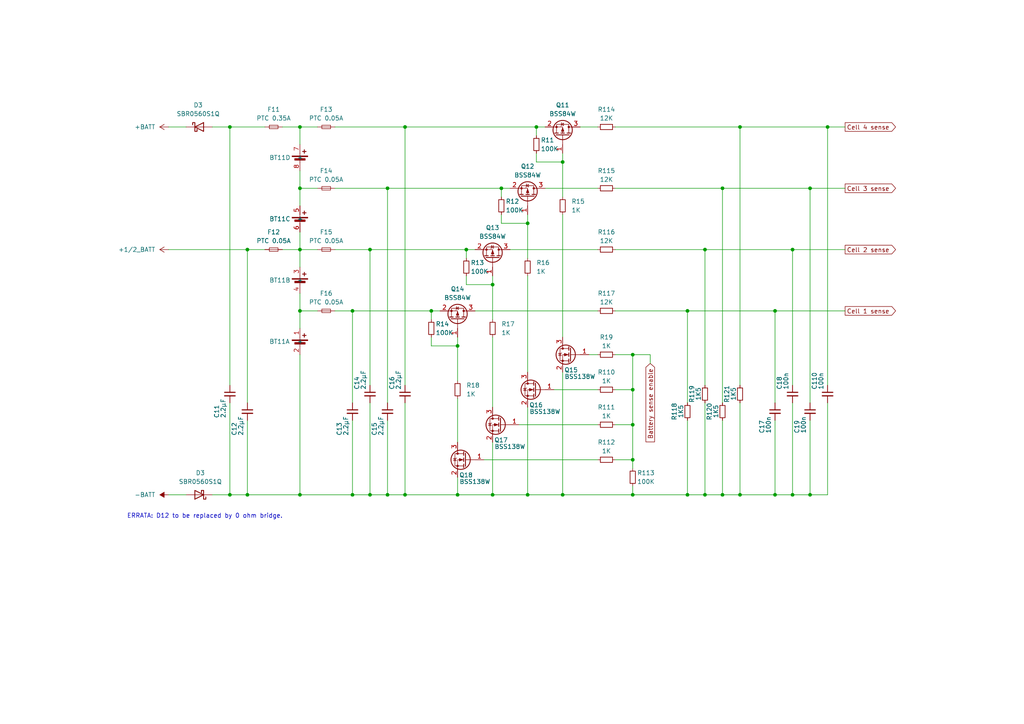
<source format=kicad_sch>
(kicad_sch (version 20230121) (generator eeschema)

  (uuid 898d246a-cf39-47e2-84f8-87bf31ad21fc)

  (paper "A4")

  (lib_symbols
    (symbol "Device:C_Small" (pin_numbers hide) (pin_names (offset 0.254) hide) (in_bom yes) (on_board yes)
      (property "Reference" "C" (at 0.254 1.778 0)
        (effects (font (size 1.27 1.27)) (justify left))
      )
      (property "Value" "C_Small" (at 0.254 -2.032 0)
        (effects (font (size 1.27 1.27)) (justify left))
      )
      (property "Footprint" "" (at 0 0 0)
        (effects (font (size 1.27 1.27)) hide)
      )
      (property "Datasheet" "~" (at 0 0 0)
        (effects (font (size 1.27 1.27)) hide)
      )
      (property "ki_keywords" "capacitor cap" (at 0 0 0)
        (effects (font (size 1.27 1.27)) hide)
      )
      (property "ki_description" "Unpolarized capacitor, small symbol" (at 0 0 0)
        (effects (font (size 1.27 1.27)) hide)
      )
      (property "ki_fp_filters" "C_*" (at 0 0 0)
        (effects (font (size 1.27 1.27)) hide)
      )
      (symbol "C_Small_0_1"
        (polyline
          (pts
            (xy -1.524 -0.508)
            (xy 1.524 -0.508)
          )
          (stroke (width 0.3302) (type default))
          (fill (type none))
        )
        (polyline
          (pts
            (xy -1.524 0.508)
            (xy 1.524 0.508)
          )
          (stroke (width 0.3048) (type default))
          (fill (type none))
        )
      )
      (symbol "C_Small_1_1"
        (pin passive line (at 0 2.54 270) (length 2.032)
          (name "~" (effects (font (size 1.27 1.27))))
          (number "1" (effects (font (size 1.27 1.27))))
        )
        (pin passive line (at 0 -2.54 90) (length 2.032)
          (name "~" (effects (font (size 1.27 1.27))))
          (number "2" (effects (font (size 1.27 1.27))))
        )
      )
    )
    (symbol "Device:D_Schottky" (pin_numbers hide) (pin_names (offset 1.016) hide) (in_bom yes) (on_board yes)
      (property "Reference" "D" (at 0 2.54 0)
        (effects (font (size 1.27 1.27)))
      )
      (property "Value" "D_Schottky" (at 0 -2.54 0)
        (effects (font (size 1.27 1.27)))
      )
      (property "Footprint" "" (at 0 0 0)
        (effects (font (size 1.27 1.27)) hide)
      )
      (property "Datasheet" "~" (at 0 0 0)
        (effects (font (size 1.27 1.27)) hide)
      )
      (property "ki_keywords" "diode Schottky" (at 0 0 0)
        (effects (font (size 1.27 1.27)) hide)
      )
      (property "ki_description" "Schottky diode" (at 0 0 0)
        (effects (font (size 1.27 1.27)) hide)
      )
      (property "ki_fp_filters" "TO-???* *_Diode_* *SingleDiode* D_*" (at 0 0 0)
        (effects (font (size 1.27 1.27)) hide)
      )
      (symbol "D_Schottky_0_1"
        (polyline
          (pts
            (xy 1.27 0)
            (xy -1.27 0)
          )
          (stroke (width 0) (type default))
          (fill (type none))
        )
        (polyline
          (pts
            (xy 1.27 1.27)
            (xy 1.27 -1.27)
            (xy -1.27 0)
            (xy 1.27 1.27)
          )
          (stroke (width 0.254) (type default))
          (fill (type none))
        )
        (polyline
          (pts
            (xy -1.905 0.635)
            (xy -1.905 1.27)
            (xy -1.27 1.27)
            (xy -1.27 -1.27)
            (xy -0.635 -1.27)
            (xy -0.635 -0.635)
          )
          (stroke (width 0.254) (type default))
          (fill (type none))
        )
      )
      (symbol "D_Schottky_1_1"
        (pin passive line (at -3.81 0 0) (length 2.54)
          (name "K" (effects (font (size 1.27 1.27))))
          (number "1" (effects (font (size 1.27 1.27))))
        )
        (pin passive line (at 3.81 0 180) (length 2.54)
          (name "A" (effects (font (size 1.27 1.27))))
          (number "2" (effects (font (size 1.27 1.27))))
        )
      )
    )
    (symbol "Device:Fuse_Small" (pin_numbers hide) (pin_names (offset 0.254) hide) (in_bom yes) (on_board yes)
      (property "Reference" "F" (at 0 -1.524 0)
        (effects (font (size 1.27 1.27)))
      )
      (property "Value" "Fuse_Small" (at 0 1.524 0)
        (effects (font (size 1.27 1.27)))
      )
      (property "Footprint" "" (at 0 0 0)
        (effects (font (size 1.27 1.27)) hide)
      )
      (property "Datasheet" "~" (at 0 0 0)
        (effects (font (size 1.27 1.27)) hide)
      )
      (property "ki_keywords" "fuse" (at 0 0 0)
        (effects (font (size 1.27 1.27)) hide)
      )
      (property "ki_description" "Fuse, small symbol" (at 0 0 0)
        (effects (font (size 1.27 1.27)) hide)
      )
      (property "ki_fp_filters" "*Fuse*" (at 0 0 0)
        (effects (font (size 1.27 1.27)) hide)
      )
      (symbol "Fuse_Small_0_1"
        (rectangle (start -1.27 0.508) (end 1.27 -0.508)
          (stroke (width 0) (type default))
          (fill (type none))
        )
        (polyline
          (pts
            (xy -1.27 0)
            (xy 1.27 0)
          )
          (stroke (width 0) (type default))
          (fill (type none))
        )
      )
      (symbol "Fuse_Small_1_1"
        (pin passive line (at -2.54 0 0) (length 1.27)
          (name "~" (effects (font (size 1.27 1.27))))
          (number "1" (effects (font (size 1.27 1.27))))
        )
        (pin passive line (at 2.54 0 180) (length 1.27)
          (name "~" (effects (font (size 1.27 1.27))))
          (number "2" (effects (font (size 1.27 1.27))))
        )
      )
    )
    (symbol "Device:Q_PMOS_GSD" (pin_names (offset 0) hide) (in_bom yes) (on_board yes)
      (property "Reference" "Q" (at 5.08 1.27 0)
        (effects (font (size 1.27 1.27)) (justify left))
      )
      (property "Value" "Q_PMOS_GSD" (at 5.08 -1.27 0)
        (effects (font (size 1.27 1.27)) (justify left))
      )
      (property "Footprint" "" (at 5.08 2.54 0)
        (effects (font (size 1.27 1.27)) hide)
      )
      (property "Datasheet" "~" (at 0 0 0)
        (effects (font (size 1.27 1.27)) hide)
      )
      (property "ki_keywords" "transistor PMOS P-MOS P-MOSFET" (at 0 0 0)
        (effects (font (size 1.27 1.27)) hide)
      )
      (property "ki_description" "P-MOSFET transistor, gate/source/drain" (at 0 0 0)
        (effects (font (size 1.27 1.27)) hide)
      )
      (symbol "Q_PMOS_GSD_0_1"
        (polyline
          (pts
            (xy 0.254 0)
            (xy -2.54 0)
          )
          (stroke (width 0) (type default))
          (fill (type none))
        )
        (polyline
          (pts
            (xy 0.254 1.905)
            (xy 0.254 -1.905)
          )
          (stroke (width 0.254) (type default))
          (fill (type none))
        )
        (polyline
          (pts
            (xy 0.762 -1.27)
            (xy 0.762 -2.286)
          )
          (stroke (width 0.254) (type default))
          (fill (type none))
        )
        (polyline
          (pts
            (xy 0.762 0.508)
            (xy 0.762 -0.508)
          )
          (stroke (width 0.254) (type default))
          (fill (type none))
        )
        (polyline
          (pts
            (xy 0.762 2.286)
            (xy 0.762 1.27)
          )
          (stroke (width 0.254) (type default))
          (fill (type none))
        )
        (polyline
          (pts
            (xy 2.54 2.54)
            (xy 2.54 1.778)
          )
          (stroke (width 0) (type default))
          (fill (type none))
        )
        (polyline
          (pts
            (xy 2.54 -2.54)
            (xy 2.54 0)
            (xy 0.762 0)
          )
          (stroke (width 0) (type default))
          (fill (type none))
        )
        (polyline
          (pts
            (xy 0.762 1.778)
            (xy 3.302 1.778)
            (xy 3.302 -1.778)
            (xy 0.762 -1.778)
          )
          (stroke (width 0) (type default))
          (fill (type none))
        )
        (polyline
          (pts
            (xy 2.286 0)
            (xy 1.27 0.381)
            (xy 1.27 -0.381)
            (xy 2.286 0)
          )
          (stroke (width 0) (type default))
          (fill (type outline))
        )
        (polyline
          (pts
            (xy 2.794 -0.508)
            (xy 2.921 -0.381)
            (xy 3.683 -0.381)
            (xy 3.81 -0.254)
          )
          (stroke (width 0) (type default))
          (fill (type none))
        )
        (polyline
          (pts
            (xy 3.302 -0.381)
            (xy 2.921 0.254)
            (xy 3.683 0.254)
            (xy 3.302 -0.381)
          )
          (stroke (width 0) (type default))
          (fill (type none))
        )
        (circle (center 1.651 0) (radius 2.794)
          (stroke (width 0.254) (type default))
          (fill (type none))
        )
        (circle (center 2.54 -1.778) (radius 0.254)
          (stroke (width 0) (type default))
          (fill (type outline))
        )
        (circle (center 2.54 1.778) (radius 0.254)
          (stroke (width 0) (type default))
          (fill (type outline))
        )
      )
      (symbol "Q_PMOS_GSD_1_1"
        (pin input line (at -5.08 0 0) (length 2.54)
          (name "G" (effects (font (size 1.27 1.27))))
          (number "1" (effects (font (size 1.27 1.27))))
        )
        (pin passive line (at 2.54 -5.08 90) (length 2.54)
          (name "S" (effects (font (size 1.27 1.27))))
          (number "2" (effects (font (size 1.27 1.27))))
        )
        (pin passive line (at 2.54 5.08 270) (length 2.54)
          (name "D" (effects (font (size 1.27 1.27))))
          (number "3" (effects (font (size 1.27 1.27))))
        )
      )
    )
    (symbol "Device:R_Small" (pin_numbers hide) (pin_names (offset 0.254) hide) (in_bom yes) (on_board yes)
      (property "Reference" "R" (at 0.762 0.508 0)
        (effects (font (size 1.27 1.27)) (justify left))
      )
      (property "Value" "R_Small" (at 0.762 -1.016 0)
        (effects (font (size 1.27 1.27)) (justify left))
      )
      (property "Footprint" "" (at 0 0 0)
        (effects (font (size 1.27 1.27)) hide)
      )
      (property "Datasheet" "~" (at 0 0 0)
        (effects (font (size 1.27 1.27)) hide)
      )
      (property "ki_keywords" "R resistor" (at 0 0 0)
        (effects (font (size 1.27 1.27)) hide)
      )
      (property "ki_description" "Resistor, small symbol" (at 0 0 0)
        (effects (font (size 1.27 1.27)) hide)
      )
      (property "ki_fp_filters" "R_*" (at 0 0 0)
        (effects (font (size 1.27 1.27)) hide)
      )
      (symbol "R_Small_0_1"
        (rectangle (start -0.762 1.778) (end 0.762 -1.778)
          (stroke (width 0.2032) (type default))
          (fill (type none))
        )
      )
      (symbol "R_Small_1_1"
        (pin passive line (at 0 2.54 270) (length 0.762)
          (name "~" (effects (font (size 1.27 1.27))))
          (number "1" (effects (font (size 1.27 1.27))))
        )
        (pin passive line (at 0 -2.54 90) (length 0.762)
          (name "~" (effects (font (size 1.27 1.27))))
          (number "2" (effects (font (size 1.27 1.27))))
        )
      )
    )
    (symbol "My_Battery_Holder:Quad_PCB_mount_18650_battery_holder" (in_bom yes) (on_board yes)
      (property "Reference" "BT" (at -5.08 3.81 0)
        (effects (font (size 1.27 1.27)))
      )
      (property "Value" "" (at 0 0 0)
        (effects (font (size 1.27 1.27)))
      )
      (property "Footprint" "" (at 0 0 0)
        (effects (font (size 1.27 1.27)) hide)
      )
      (property "Datasheet" "" (at 0 0 0)
        (effects (font (size 1.27 1.27)) hide)
      )
      (property "ki_locked" "" (at 0 0 0)
        (effects (font (size 1.27 1.27)))
      )
      (symbol "Quad_PCB_mount_18650_battery_holder_0_1"
        (rectangle (start -2.286 0.508) (end 2.286 0.254)
          (stroke (width 0) (type default))
          (fill (type outline))
        )
        (rectangle (start -1.524 -0.254) (end 1.524 -0.762)
          (stroke (width 0) (type default))
          (fill (type outline))
        )
        (polyline
          (pts
            (xy 0 -0.508)
            (xy 0 -1.27)
          )
          (stroke (width 0) (type default))
          (fill (type none))
        )
        (polyline
          (pts
            (xy 0 0.508)
            (xy 0 1.27)
          )
          (stroke (width 0) (type default))
          (fill (type none))
        )
        (polyline
          (pts
            (xy 0.762 1.778)
            (xy 1.778 1.778)
          )
          (stroke (width 0.254) (type default))
          (fill (type none))
        )
        (polyline
          (pts
            (xy 1.27 2.286)
            (xy 1.27 1.27)
          )
          (stroke (width 0.254) (type default))
          (fill (type none))
        )
      )
      (symbol "Quad_PCB_mount_18650_battery_holder_1_1"
        (pin passive line (at 0 3.81 270) (length 2.54)
          (name "+" (effects (font (size 1.27 1.27))))
          (number "1" (effects (font (size 1.27 1.27))))
        )
        (pin passive line (at 0 -3.81 90) (length 2.54)
          (name "-" (effects (font (size 1.27 1.27))))
          (number "2" (effects (font (size 1.27 1.27))))
        )
      )
      (symbol "Quad_PCB_mount_18650_battery_holder_2_1"
        (pin passive line (at 0 3.81 270) (length 2.54)
          (name "+" (effects (font (size 1.27 1.27))))
          (number "3" (effects (font (size 1.27 1.27))))
        )
        (pin passive line (at 0 -3.81 90) (length 2.54)
          (name "-" (effects (font (size 1.27 1.27))))
          (number "4" (effects (font (size 1.27 1.27))))
        )
      )
      (symbol "Quad_PCB_mount_18650_battery_holder_3_1"
        (pin passive line (at 0 3.81 270) (length 2.54)
          (name "+" (effects (font (size 1.27 1.27))))
          (number "5" (effects (font (size 1.27 1.27))))
        )
        (pin passive line (at 0 -3.81 90) (length 2.54)
          (name "-" (effects (font (size 1.27 1.27))))
          (number "6" (effects (font (size 1.27 1.27))))
        )
      )
      (symbol "Quad_PCB_mount_18650_battery_holder_4_1"
        (pin passive line (at 0 3.81 270) (length 2.54)
          (name "+" (effects (font (size 1.27 1.27))))
          (number "7" (effects (font (size 1.27 1.27))))
        )
        (pin passive line (at 0 -3.81 90) (length 2.54)
          (name "-" (effects (font (size 1.27 1.27))))
          (number "8" (effects (font (size 1.27 1.27))))
        )
      )
    )
    (symbol "My_Power_Symbols:+1/2 BATT" (power) (in_bom no) (on_board no)
      (property "Reference" "#PWR" (at 0 0 0)
        (effects (font (size 1.27 1.27)) hide)
      )
      (property "Value" "+1/2 BATT" (at 0 0 0)
        (effects (font (size 1.27 1.27)))
      )
      (property "Footprint" "" (at 0 0 0)
        (effects (font (size 1.27 1.27)) hide)
      )
      (property "Datasheet" "" (at 0 0 0)
        (effects (font (size 1.27 1.27)) hide)
      )
      (symbol "+1/2 BATT_0_1"
        (polyline
          (pts
            (xy -0.762 1.27)
            (xy 0 2.54)
          )
          (stroke (width 0) (type default))
          (fill (type none))
        )
        (polyline
          (pts
            (xy 0 0)
            (xy 0 2.54)
          )
          (stroke (width 0) (type default))
          (fill (type none))
        )
        (polyline
          (pts
            (xy 0 2.54)
            (xy 0.762 1.27)
          )
          (stroke (width 0) (type default))
          (fill (type none))
        )
      )
      (symbol "+1/2 BATT_1_1"
        (pin power_in line (at 0 0 90) (length 0) hide
          (name "+1/2_BATT" (effects (font (size 1.27 1.27))))
          (number "1" (effects (font (size 1.27 1.27))))
        )
      )
    )
    (symbol "Transistor_FET:BSS138" (pin_names hide) (in_bom yes) (on_board yes)
      (property "Reference" "Q" (at 5.08 1.905 0)
        (effects (font (size 1.27 1.27)) (justify left))
      )
      (property "Value" "BSS138" (at 5.08 0 0)
        (effects (font (size 1.27 1.27)) (justify left))
      )
      (property "Footprint" "Package_TO_SOT_SMD:SOT-23" (at 5.08 -1.905 0)
        (effects (font (size 1.27 1.27) italic) (justify left) hide)
      )
      (property "Datasheet" "https://www.onsemi.com/pub/Collateral/BSS138-D.PDF" (at 0 0 0)
        (effects (font (size 1.27 1.27)) (justify left) hide)
      )
      (property "ki_keywords" "N-Channel MOSFET" (at 0 0 0)
        (effects (font (size 1.27 1.27)) hide)
      )
      (property "ki_description" "50V Vds, 0.22A Id, N-Channel MOSFET, SOT-23" (at 0 0 0)
        (effects (font (size 1.27 1.27)) hide)
      )
      (property "ki_fp_filters" "SOT?23*" (at 0 0 0)
        (effects (font (size 1.27 1.27)) hide)
      )
      (symbol "BSS138_0_1"
        (polyline
          (pts
            (xy 0.254 0)
            (xy -2.54 0)
          )
          (stroke (width 0) (type default))
          (fill (type none))
        )
        (polyline
          (pts
            (xy 0.254 1.905)
            (xy 0.254 -1.905)
          )
          (stroke (width 0.254) (type default))
          (fill (type none))
        )
        (polyline
          (pts
            (xy 0.762 -1.27)
            (xy 0.762 -2.286)
          )
          (stroke (width 0.254) (type default))
          (fill (type none))
        )
        (polyline
          (pts
            (xy 0.762 0.508)
            (xy 0.762 -0.508)
          )
          (stroke (width 0.254) (type default))
          (fill (type none))
        )
        (polyline
          (pts
            (xy 0.762 2.286)
            (xy 0.762 1.27)
          )
          (stroke (width 0.254) (type default))
          (fill (type none))
        )
        (polyline
          (pts
            (xy 2.54 2.54)
            (xy 2.54 1.778)
          )
          (stroke (width 0) (type default))
          (fill (type none))
        )
        (polyline
          (pts
            (xy 2.54 -2.54)
            (xy 2.54 0)
            (xy 0.762 0)
          )
          (stroke (width 0) (type default))
          (fill (type none))
        )
        (polyline
          (pts
            (xy 0.762 -1.778)
            (xy 3.302 -1.778)
            (xy 3.302 1.778)
            (xy 0.762 1.778)
          )
          (stroke (width 0) (type default))
          (fill (type none))
        )
        (polyline
          (pts
            (xy 1.016 0)
            (xy 2.032 0.381)
            (xy 2.032 -0.381)
            (xy 1.016 0)
          )
          (stroke (width 0) (type default))
          (fill (type outline))
        )
        (polyline
          (pts
            (xy 2.794 0.508)
            (xy 2.921 0.381)
            (xy 3.683 0.381)
            (xy 3.81 0.254)
          )
          (stroke (width 0) (type default))
          (fill (type none))
        )
        (polyline
          (pts
            (xy 3.302 0.381)
            (xy 2.921 -0.254)
            (xy 3.683 -0.254)
            (xy 3.302 0.381)
          )
          (stroke (width 0) (type default))
          (fill (type none))
        )
        (circle (center 1.651 0) (radius 2.794)
          (stroke (width 0.254) (type default))
          (fill (type none))
        )
        (circle (center 2.54 -1.778) (radius 0.254)
          (stroke (width 0) (type default))
          (fill (type outline))
        )
        (circle (center 2.54 1.778) (radius 0.254)
          (stroke (width 0) (type default))
          (fill (type outline))
        )
      )
      (symbol "BSS138_1_1"
        (pin input line (at -5.08 0 0) (length 2.54)
          (name "G" (effects (font (size 1.27 1.27))))
          (number "1" (effects (font (size 1.27 1.27))))
        )
        (pin passive line (at 2.54 -5.08 90) (length 2.54)
          (name "S" (effects (font (size 1.27 1.27))))
          (number "2" (effects (font (size 1.27 1.27))))
        )
        (pin passive line (at 2.54 5.08 270) (length 2.54)
          (name "D" (effects (font (size 1.27 1.27))))
          (number "3" (effects (font (size 1.27 1.27))))
        )
      )
    )
    (symbol "power:+BATT" (power) (pin_names (offset 0)) (in_bom yes) (on_board yes)
      (property "Reference" "#PWR" (at 0 -3.81 0)
        (effects (font (size 1.27 1.27)) hide)
      )
      (property "Value" "+BATT" (at 0 3.556 0)
        (effects (font (size 1.27 1.27)))
      )
      (property "Footprint" "" (at 0 0 0)
        (effects (font (size 1.27 1.27)) hide)
      )
      (property "Datasheet" "" (at 0 0 0)
        (effects (font (size 1.27 1.27)) hide)
      )
      (property "ki_keywords" "global power battery" (at 0 0 0)
        (effects (font (size 1.27 1.27)) hide)
      )
      (property "ki_description" "Power symbol creates a global label with name \"+BATT\"" (at 0 0 0)
        (effects (font (size 1.27 1.27)) hide)
      )
      (symbol "+BATT_0_1"
        (polyline
          (pts
            (xy -0.762 1.27)
            (xy 0 2.54)
          )
          (stroke (width 0) (type default))
          (fill (type none))
        )
        (polyline
          (pts
            (xy 0 0)
            (xy 0 2.54)
          )
          (stroke (width 0) (type default))
          (fill (type none))
        )
        (polyline
          (pts
            (xy 0 2.54)
            (xy 0.762 1.27)
          )
          (stroke (width 0) (type default))
          (fill (type none))
        )
      )
      (symbol "+BATT_1_1"
        (pin power_in line (at 0 0 90) (length 0) hide
          (name "+BATT" (effects (font (size 1.27 1.27))))
          (number "1" (effects (font (size 1.27 1.27))))
        )
      )
    )
    (symbol "power:-BATT" (power) (pin_names (offset 0)) (in_bom yes) (on_board yes)
      (property "Reference" "#PWR" (at 0 -3.81 0)
        (effects (font (size 1.27 1.27)) hide)
      )
      (property "Value" "-BATT" (at 0 3.556 0)
        (effects (font (size 1.27 1.27)))
      )
      (property "Footprint" "" (at 0 0 0)
        (effects (font (size 1.27 1.27)) hide)
      )
      (property "Datasheet" "" (at 0 0 0)
        (effects (font (size 1.27 1.27)) hide)
      )
      (property "ki_keywords" "global power battery" (at 0 0 0)
        (effects (font (size 1.27 1.27)) hide)
      )
      (property "ki_description" "Power symbol creates a global label with name \"-BATT\"" (at 0 0 0)
        (effects (font (size 1.27 1.27)) hide)
      )
      (symbol "-BATT_0_1"
        (polyline
          (pts
            (xy 0 0)
            (xy 0 2.54)
          )
          (stroke (width 0) (type default))
          (fill (type none))
        )
        (polyline
          (pts
            (xy 0.762 1.27)
            (xy -0.762 1.27)
            (xy 0 2.54)
            (xy 0.762 1.27)
          )
          (stroke (width 0) (type default))
          (fill (type outline))
        )
      )
      (symbol "-BATT_1_1"
        (pin power_in line (at 0 0 90) (length 0) hide
          (name "-BATT" (effects (font (size 1.27 1.27))))
          (number "1" (effects (font (size 1.27 1.27))))
        )
      )
    )
  )

  (junction (at 155.575 36.83) (diameter 0) (color 0 0 0 0)
    (uuid 00d0ec0b-ef9f-4fab-a15f-ef5bff7f184f)
  )
  (junction (at 209.55 54.61) (diameter 0) (color 0 0 0 0)
    (uuid 049c7084-5a00-42c8-bd63-f68a915c7756)
  )
  (junction (at 86.995 54.61) (diameter 0) (color 0 0 0 0)
    (uuid 1c5fe55b-8a39-4937-8131-c105a5d9ad93)
  )
  (junction (at 153.035 143.51) (diameter 0) (color 0 0 0 0)
    (uuid 2001beee-1e60-41ea-be11-7baf0f220563)
  )
  (junction (at 107.315 72.39) (diameter 0) (color 0 0 0 0)
    (uuid 29501c97-f2d5-4634-b7df-69c3d5adf740)
  )
  (junction (at 66.675 143.51) (diameter 0) (color 0 0 0 0)
    (uuid 39a6ce96-b990-48b3-a15c-3cf34c81aae2)
  )
  (junction (at 135.255 72.39) (diameter 0) (color 0 0 0 0)
    (uuid 3bf16a9a-0d8a-4a2b-8b60-9369aeefb3c2)
  )
  (junction (at 214.63 36.83) (diameter 0) (color 0 0 0 0)
    (uuid 432caba9-9e18-45ad-9da5-4396d9273dcf)
  )
  (junction (at 183.515 143.51) (diameter 0) (color 0 0 0 0)
    (uuid 47d7626a-9f5f-4bc7-82e2-e23b383a9795)
  )
  (junction (at 234.95 54.61) (diameter 0) (color 0 0 0 0)
    (uuid 49c133a1-902c-41ef-bdbd-e2638b2fb0ae)
  )
  (junction (at 117.475 143.51) (diameter 0) (color 0 0 0 0)
    (uuid 532bb35e-2a8a-4b23-a007-359d0cd91b18)
  )
  (junction (at 102.235 90.17) (diameter 0) (color 0 0 0 0)
    (uuid 5441b4d2-8315-4a0f-a199-da3342f2afe8)
  )
  (junction (at 163.195 46.99) (diameter 0) (color 0 0 0 0)
    (uuid 54b66093-49b8-4312-95cc-6131db1c6486)
  )
  (junction (at 86.995 90.17) (diameter 0) (color 0 0 0 0)
    (uuid 564d6148-4771-4d63-bdb1-c088f1860885)
  )
  (junction (at 145.415 54.61) (diameter 0) (color 0 0 0 0)
    (uuid 5692e0f6-d3be-4b56-80c0-aca27d3c6027)
  )
  (junction (at 86.995 143.51) (diameter 0) (color 0 0 0 0)
    (uuid 61ac5adb-c06d-4986-a037-6c918076dbc0)
  )
  (junction (at 229.87 72.39) (diameter 0) (color 0 0 0 0)
    (uuid 661ec095-eec1-48ee-8505-52adf2ebba34)
  )
  (junction (at 163.195 143.51) (diameter 0) (color 0 0 0 0)
    (uuid 6a27d64b-6d31-4cbc-af10-ff123393133b)
  )
  (junction (at 102.235 143.51) (diameter 0) (color 0 0 0 0)
    (uuid 73be02b6-0895-4dac-b4b9-79fa91ee07f5)
  )
  (junction (at 240.03 36.83) (diameter 0) (color 0 0 0 0)
    (uuid 74a9ac6d-6305-472b-88a0-55896332dd0b)
  )
  (junction (at 224.79 143.51) (diameter 0) (color 0 0 0 0)
    (uuid 7509a03f-4410-4bff-bc47-1b4bcc3b3c2c)
  )
  (junction (at 71.755 72.39) (diameter 0) (color 0 0 0 0)
    (uuid 7e474c28-418e-420e-a9b8-05b6f7b6b563)
  )
  (junction (at 229.87 143.51) (diameter 0) (color 0 0 0 0)
    (uuid 8127fbe7-b4a1-4ea2-a109-d89905bde895)
  )
  (junction (at 112.395 143.51) (diameter 0) (color 0 0 0 0)
    (uuid 8195e07c-4f00-4c1c-a09a-0ee51193a783)
  )
  (junction (at 199.39 90.17) (diameter 0) (color 0 0 0 0)
    (uuid 84da0594-f331-43d7-ab0b-b0fd8aed6ea0)
  )
  (junction (at 142.875 82.55) (diameter 0) (color 0 0 0 0)
    (uuid 89451b5d-ac87-4db7-9028-cc880a1768a1)
  )
  (junction (at 199.39 143.51) (diameter 0) (color 0 0 0 0)
    (uuid 8be41e05-fe10-4db7-a39f-b10f2a16a935)
  )
  (junction (at 153.035 64.77) (diameter 0) (color 0 0 0 0)
    (uuid 94640031-29b0-4a51-b3a4-b168dcac384d)
  )
  (junction (at 183.515 102.87) (diameter 0) (color 0 0 0 0)
    (uuid a30ec128-cdc7-4f7e-b410-61f5bc81dca3)
  )
  (junction (at 71.755 143.51) (diameter 0) (color 0 0 0 0)
    (uuid a3cffd99-1d8a-48e0-86f1-c772bed80c4b)
  )
  (junction (at 224.79 90.17) (diameter 0) (color 0 0 0 0)
    (uuid aa1b2889-5462-4f13-af73-5ba5784634e7)
  )
  (junction (at 209.55 143.51) (diameter 0) (color 0 0 0 0)
    (uuid ac65d808-c623-40de-9109-8775f50eb315)
  )
  (junction (at 125.095 90.17) (diameter 0) (color 0 0 0 0)
    (uuid ae20b068-dec8-43bf-8e70-08dcea68bade)
  )
  (junction (at 132.715 100.33) (diameter 0) (color 0 0 0 0)
    (uuid b00f1a0e-eac7-46ae-a59c-50cad7673488)
  )
  (junction (at 107.315 143.51) (diameter 0) (color 0 0 0 0)
    (uuid b55519d3-b5b3-4cbc-8162-c5908ee7249b)
  )
  (junction (at 112.395 54.61) (diameter 0) (color 0 0 0 0)
    (uuid b5d5ca2a-f63a-4b9b-8012-746ee625df06)
  )
  (junction (at 142.875 143.51) (diameter 0) (color 0 0 0 0)
    (uuid b81d1256-aa84-41d4-8dcb-608732c5380a)
  )
  (junction (at 183.515 113.03) (diameter 0) (color 0 0 0 0)
    (uuid ba84b108-a00e-4371-95f9-8ea3a259e9a7)
  )
  (junction (at 214.63 143.51) (diameter 0) (color 0 0 0 0)
    (uuid bf8a355d-ae63-4067-b80f-d9c58d866620)
  )
  (junction (at 234.95 143.51) (diameter 0) (color 0 0 0 0)
    (uuid c148da75-e690-4db8-9a42-6a07bebe6aab)
  )
  (junction (at 86.995 36.83) (diameter 0) (color 0 0 0 0)
    (uuid cefcabcd-04bf-4352-816d-a5492a15d516)
  )
  (junction (at 66.675 36.83) (diameter 0) (color 0 0 0 0)
    (uuid d05386f8-d7b5-418e-bfff-0e3e63d5b42a)
  )
  (junction (at 117.475 36.83) (diameter 0) (color 0 0 0 0)
    (uuid d43039b1-d4ee-45f9-8637-782ac1711ff4)
  )
  (junction (at 183.515 133.35) (diameter 0) (color 0 0 0 0)
    (uuid d4dea8d5-a501-4eef-9056-c6f114a701b3)
  )
  (junction (at 204.47 143.51) (diameter 0) (color 0 0 0 0)
    (uuid dd10e398-0fbb-47f8-ae10-0a667ccf185c)
  )
  (junction (at 183.515 123.19) (diameter 0) (color 0 0 0 0)
    (uuid df2aef58-1084-4339-b103-2d9cdcaf5784)
  )
  (junction (at 204.47 72.39) (diameter 0) (color 0 0 0 0)
    (uuid e7db1356-3c58-49da-b9a7-fa0c24677e97)
  )
  (junction (at 86.995 72.39) (diameter 0) (color 0 0 0 0)
    (uuid efee92d9-3e2c-4a2d-a3db-f64861977934)
  )
  (junction (at 132.715 143.51) (diameter 0) (color 0 0 0 0)
    (uuid f242122c-d03a-46bb-8906-e2e358971b54)
  )

  (wire (pts (xy 107.315 143.51) (xy 112.395 143.51))
    (stroke (width 0) (type default))
    (uuid 000ca3d0-5e10-4c66-a7d9-5189995ea326)
  )
  (wire (pts (xy 135.255 72.39) (xy 135.255 74.93))
    (stroke (width 0) (type default))
    (uuid 00d8e6e3-4236-4059-ac47-560dfbf9ba95)
  )
  (wire (pts (xy 163.195 107.95) (xy 163.195 143.51))
    (stroke (width 0) (type default))
    (uuid 023bffc0-b4bf-4801-abea-ae0c0de3b3c3)
  )
  (wire (pts (xy 81.915 36.83) (xy 86.995 36.83))
    (stroke (width 0) (type default))
    (uuid 02a1c099-237b-401d-b54f-50f479c0df75)
  )
  (wire (pts (xy 66.675 36.83) (xy 76.835 36.83))
    (stroke (width 0) (type default))
    (uuid 03fab2d1-cf38-4ecc-b695-86677b55665b)
  )
  (wire (pts (xy 145.415 64.77) (xy 153.035 64.77))
    (stroke (width 0) (type default))
    (uuid 03fe650e-aad9-4a4d-8ccd-74486e5bc7db)
  )
  (wire (pts (xy 71.755 143.51) (xy 71.755 121.92))
    (stroke (width 0) (type default))
    (uuid 04df9dfb-b1b2-47c7-b401-69d6bb496ee6)
  )
  (wire (pts (xy 155.575 44.45) (xy 155.575 46.99))
    (stroke (width 0) (type default))
    (uuid 0534f14e-f1f5-4537-904c-7c6f0414df7e)
  )
  (wire (pts (xy 153.035 62.23) (xy 153.035 64.77))
    (stroke (width 0) (type default))
    (uuid 06ca50c1-4fd7-4d07-9e72-cb127411dff1)
  )
  (wire (pts (xy 92.075 36.83) (xy 86.995 36.83))
    (stroke (width 0) (type default))
    (uuid 078b96e6-d069-4084-8dc7-96eb76fec962)
  )
  (wire (pts (xy 160.655 113.03) (xy 173.355 113.03))
    (stroke (width 0) (type default))
    (uuid 082897c0-0f15-4a1d-bc14-e247b431e96b)
  )
  (wire (pts (xy 102.235 121.92) (xy 102.235 143.51))
    (stroke (width 0) (type default))
    (uuid 0a1fab6a-c115-4e82-af4a-0b64fa42ff1d)
  )
  (wire (pts (xy 102.235 90.17) (xy 102.235 116.84))
    (stroke (width 0) (type default))
    (uuid 0d56dfdc-a503-41d1-abea-ff5e884eee25)
  )
  (wire (pts (xy 86.995 143.51) (xy 102.235 143.51))
    (stroke (width 0) (type default))
    (uuid 0e09334d-822b-45ad-978c-37ac5a04bc4d)
  )
  (wire (pts (xy 86.995 67.31) (xy 86.995 72.39))
    (stroke (width 0) (type default))
    (uuid 0f06c38c-1d92-4383-b7ca-25f3e8bab498)
  )
  (wire (pts (xy 125.095 90.17) (xy 127.635 90.17))
    (stroke (width 0) (type default))
    (uuid 1587d2a3-987e-43de-89c3-7c5d0e8b27f4)
  )
  (wire (pts (xy 86.995 143.51) (xy 71.755 143.51))
    (stroke (width 0) (type default))
    (uuid 15bfefb8-0e56-4498-a3fa-b990a411f269)
  )
  (wire (pts (xy 145.415 54.61) (xy 145.415 57.15))
    (stroke (width 0) (type default))
    (uuid 161c4b1e-396a-438a-b5d1-95860802169f)
  )
  (wire (pts (xy 76.835 72.39) (xy 71.755 72.39))
    (stroke (width 0) (type default))
    (uuid 17ffeb34-fbe0-4e57-8f23-f4c3dc803ab7)
  )
  (wire (pts (xy 158.115 54.61) (xy 173.355 54.61))
    (stroke (width 0) (type default))
    (uuid 19e25220-8e4e-42d4-aea0-16869ed6d330)
  )
  (wire (pts (xy 132.715 138.43) (xy 132.715 143.51))
    (stroke (width 0) (type default))
    (uuid 1bffb49b-c69d-4e44-b52d-055b131071fd)
  )
  (wire (pts (xy 155.575 36.83) (xy 155.575 39.37))
    (stroke (width 0) (type default))
    (uuid 1c1a027a-91dd-4642-8693-019b2a20ca22)
  )
  (wire (pts (xy 163.195 46.99) (xy 163.195 57.15))
    (stroke (width 0) (type default))
    (uuid 1c832cd3-5b11-401b-9c99-b3fd88462678)
  )
  (wire (pts (xy 86.995 90.17) (xy 92.075 90.17))
    (stroke (width 0) (type default))
    (uuid 1e2c1173-d8fa-42c4-bff0-f1313a8674a0)
  )
  (wire (pts (xy 153.035 80.01) (xy 153.035 107.95))
    (stroke (width 0) (type default))
    (uuid 1edcb909-97f0-4e7e-91ee-44f0c56e9c3a)
  )
  (wire (pts (xy 132.715 100.33) (xy 132.715 110.49))
    (stroke (width 0) (type default))
    (uuid 1f1d204e-75d0-4124-bab6-6c71db3fa932)
  )
  (wire (pts (xy 170.815 102.87) (xy 173.355 102.87))
    (stroke (width 0) (type default))
    (uuid 1f231c4e-12be-4769-bd24-eb4731c7cf20)
  )
  (wire (pts (xy 86.995 54.61) (xy 92.075 54.61))
    (stroke (width 0) (type default))
    (uuid 2327a530-e17f-4cb6-a48a-7d2fc0e42fb3)
  )
  (wire (pts (xy 132.715 143.51) (xy 142.875 143.51))
    (stroke (width 0) (type default))
    (uuid 2419b43e-b5d4-472d-a2e9-9139894b4148)
  )
  (wire (pts (xy 199.39 90.17) (xy 199.39 116.84))
    (stroke (width 0) (type default))
    (uuid 2a7f8a11-afc4-44f2-9268-aea81d68a9c2)
  )
  (wire (pts (xy 66.675 111.76) (xy 66.675 36.83))
    (stroke (width 0) (type default))
    (uuid 2c288192-3eb3-4471-94d6-65a688d5154b)
  )
  (wire (pts (xy 86.995 102.87) (xy 86.995 143.51))
    (stroke (width 0) (type default))
    (uuid 33842b48-309c-499d-903a-8987b6b477d1)
  )
  (wire (pts (xy 81.915 72.39) (xy 86.995 72.39))
    (stroke (width 0) (type default))
    (uuid 341163df-2b59-4c5b-b091-ce7e04a18543)
  )
  (wire (pts (xy 234.95 121.92) (xy 234.95 143.51))
    (stroke (width 0) (type default))
    (uuid 3576b6a6-ddce-4bee-ac5d-2e471dcd4c33)
  )
  (wire (pts (xy 178.435 72.39) (xy 204.47 72.39))
    (stroke (width 0) (type default))
    (uuid 39e9b5ef-1425-4e92-86bd-ad122862e5e0)
  )
  (wire (pts (xy 153.035 64.77) (xy 153.035 74.93))
    (stroke (width 0) (type default))
    (uuid 3af4c57c-ae84-4ceb-b68a-b746cc2868d3)
  )
  (wire (pts (xy 224.79 90.17) (xy 245.11 90.17))
    (stroke (width 0) (type default))
    (uuid 3fb8facc-eb6f-439e-bccd-a09dab524aae)
  )
  (wire (pts (xy 183.515 123.19) (xy 183.515 133.35))
    (stroke (width 0) (type default))
    (uuid 42a61fb6-626a-4ba0-b3c5-d2b37732d053)
  )
  (wire (pts (xy 155.575 46.99) (xy 163.195 46.99))
    (stroke (width 0) (type default))
    (uuid 43cd0ea1-9699-45c6-98af-aea90078babd)
  )
  (wire (pts (xy 183.515 102.87) (xy 183.515 113.03))
    (stroke (width 0) (type default))
    (uuid 44915422-2d92-4c2c-bad8-59e738ad7f6b)
  )
  (wire (pts (xy 142.875 97.79) (xy 142.875 118.11))
    (stroke (width 0) (type default))
    (uuid 45fbbddf-a6e9-4827-b9f1-7da403fedcbf)
  )
  (wire (pts (xy 117.475 36.83) (xy 155.575 36.83))
    (stroke (width 0) (type default))
    (uuid 46683cb7-fa92-44f1-bf8f-4660cbfe508c)
  )
  (wire (pts (xy 229.87 116.84) (xy 229.87 143.51))
    (stroke (width 0) (type default))
    (uuid 48658e95-67da-4be6-a229-4de79cbc1b2f)
  )
  (wire (pts (xy 214.63 143.51) (xy 224.79 143.51))
    (stroke (width 0) (type default))
    (uuid 4a8ecf0a-6c55-487a-bb3d-5b5a51d7a6ae)
  )
  (wire (pts (xy 86.995 54.61) (xy 86.995 59.69))
    (stroke (width 0) (type default))
    (uuid 4b3b1f40-9406-421b-a465-9a09b0756f11)
  )
  (wire (pts (xy 48.895 36.83) (xy 53.975 36.83))
    (stroke (width 0) (type default))
    (uuid 4c4268f3-198a-4d29-8634-e6cbd9971ace)
  )
  (wire (pts (xy 66.675 143.51) (xy 71.755 143.51))
    (stroke (width 0) (type default))
    (uuid 4c4ae014-bc43-4884-8c8f-77d028face72)
  )
  (wire (pts (xy 234.95 143.51) (xy 240.03 143.51))
    (stroke (width 0) (type default))
    (uuid 4f2674d0-0a93-4619-8a1b-fc47c2255321)
  )
  (wire (pts (xy 135.255 82.55) (xy 142.875 82.55))
    (stroke (width 0) (type default))
    (uuid 50c71c6a-c43e-4fe9-ad85-cf0c69ea60bf)
  )
  (wire (pts (xy 204.47 72.39) (xy 204.47 111.76))
    (stroke (width 0) (type default))
    (uuid 5139f262-240e-462f-a3fb-16168b3befbb)
  )
  (wire (pts (xy 145.415 54.61) (xy 147.955 54.61))
    (stroke (width 0) (type default))
    (uuid 53c11797-e418-49d3-bfa3-d813093154fb)
  )
  (wire (pts (xy 150.495 123.19) (xy 173.355 123.19))
    (stroke (width 0) (type default))
    (uuid 549fc9ce-68a3-4db1-9259-67430ffc7131)
  )
  (wire (pts (xy 135.255 72.39) (xy 137.795 72.39))
    (stroke (width 0) (type default))
    (uuid 54bc8d4e-6867-4256-a90b-f5bc572b9230)
  )
  (wire (pts (xy 86.995 90.17) (xy 86.995 95.25))
    (stroke (width 0) (type default))
    (uuid 56d3b13e-8f16-4f37-8810-5a71b8d8a654)
  )
  (wire (pts (xy 204.47 72.39) (xy 229.87 72.39))
    (stroke (width 0) (type default))
    (uuid 57314c40-c208-441a-af37-4921ed372bac)
  )
  (wire (pts (xy 86.995 85.09) (xy 86.995 90.17))
    (stroke (width 0) (type default))
    (uuid 57cefa66-865d-43fe-a4fd-95b377b1dce8)
  )
  (wire (pts (xy 183.515 102.87) (xy 188.595 102.87))
    (stroke (width 0) (type default))
    (uuid 593aae3d-7e37-4037-bef6-0e99e6286385)
  )
  (wire (pts (xy 178.435 90.17) (xy 199.39 90.17))
    (stroke (width 0) (type default))
    (uuid 5b77a9ee-b0c9-43e5-832e-9dee564801f7)
  )
  (wire (pts (xy 214.63 36.83) (xy 214.63 111.76))
    (stroke (width 0) (type default))
    (uuid 5f1ce664-c9f7-499a-9a24-c9619bcaf2a2)
  )
  (wire (pts (xy 48.895 143.51) (xy 53.975 143.51))
    (stroke (width 0) (type default))
    (uuid 5fa688ca-e75c-4a69-8d42-006867eaf793)
  )
  (wire (pts (xy 209.55 143.51) (xy 214.63 143.51))
    (stroke (width 0) (type default))
    (uuid 66576f0d-1d45-4e03-9dc0-b296edd32e15)
  )
  (wire (pts (xy 86.995 49.53) (xy 86.995 54.61))
    (stroke (width 0) (type default))
    (uuid 6876467a-9560-419f-b65f-888cbc2c5fbb)
  )
  (wire (pts (xy 142.875 82.55) (xy 142.875 92.71))
    (stroke (width 0) (type default))
    (uuid 6ade90d1-b1f8-420d-9342-50cc5695950d)
  )
  (wire (pts (xy 147.955 72.39) (xy 173.355 72.39))
    (stroke (width 0) (type default))
    (uuid 6b7ca6dc-bb14-48b0-af50-e1d23a0b835f)
  )
  (wire (pts (xy 224.79 143.51) (xy 229.87 143.51))
    (stroke (width 0) (type default))
    (uuid 6e666ce8-6540-49ae-945b-da2f3d6669d6)
  )
  (wire (pts (xy 107.315 116.84) (xy 107.315 143.51))
    (stroke (width 0) (type default))
    (uuid 6fb0deb4-bd6a-4abf-9bf5-69341b929f51)
  )
  (wire (pts (xy 132.715 97.79) (xy 132.715 100.33))
    (stroke (width 0) (type default))
    (uuid 747388e5-6d4c-4e3a-8480-242b5304253c)
  )
  (wire (pts (xy 135.255 80.01) (xy 135.255 82.55))
    (stroke (width 0) (type default))
    (uuid 75bcd092-9c2d-492b-bed0-f58eea29d41a)
  )
  (wire (pts (xy 209.55 54.61) (xy 234.95 54.61))
    (stroke (width 0) (type default))
    (uuid 76ad7353-2899-44e9-9956-98e66ac90ec3)
  )
  (wire (pts (xy 117.475 116.84) (xy 117.475 143.51))
    (stroke (width 0) (type default))
    (uuid 76bd80a9-afd5-47c5-a7bb-8243af6f7596)
  )
  (wire (pts (xy 107.315 72.39) (xy 135.255 72.39))
    (stroke (width 0) (type default))
    (uuid 770ec706-44a2-4bb6-a75d-741d181d6cb0)
  )
  (wire (pts (xy 183.515 113.03) (xy 183.515 123.19))
    (stroke (width 0) (type default))
    (uuid 7740b02e-b818-4a88-8d78-c56e44db4abd)
  )
  (wire (pts (xy 117.475 143.51) (xy 132.715 143.51))
    (stroke (width 0) (type default))
    (uuid 7a4b14f8-16b6-4fe3-a810-8e788ca9337d)
  )
  (wire (pts (xy 61.595 36.83) (xy 66.675 36.83))
    (stroke (width 0) (type default))
    (uuid 7ab30877-2742-4d21-839a-532c648ca8eb)
  )
  (wire (pts (xy 86.995 36.83) (xy 86.995 41.91))
    (stroke (width 0) (type default))
    (uuid 7b29134a-c720-424a-a158-cf342208248d)
  )
  (wire (pts (xy 125.095 100.33) (xy 132.715 100.33))
    (stroke (width 0) (type default))
    (uuid 7f42696c-5549-4cea-be3b-d4ca46568e18)
  )
  (wire (pts (xy 163.195 143.51) (xy 183.515 143.51))
    (stroke (width 0) (type default))
    (uuid 83032fc2-28f4-4607-8aee-9239704a9fc0)
  )
  (wire (pts (xy 102.235 143.51) (xy 107.315 143.51))
    (stroke (width 0) (type default))
    (uuid 84272cef-bb29-407a-a7d6-31120087e70b)
  )
  (wire (pts (xy 204.47 143.51) (xy 209.55 143.51))
    (stroke (width 0) (type default))
    (uuid 8474bd0e-b825-4cf5-8452-1230af296e99)
  )
  (wire (pts (xy 97.155 54.61) (xy 112.395 54.61))
    (stroke (width 0) (type default))
    (uuid 857dba5f-2ae1-4485-9146-b44840582651)
  )
  (wire (pts (xy 142.875 143.51) (xy 153.035 143.51))
    (stroke (width 0) (type default))
    (uuid 857f0a5f-2ae9-4fe8-9f3a-4812b6e455a8)
  )
  (wire (pts (xy 183.515 133.35) (xy 183.515 135.89))
    (stroke (width 0) (type default))
    (uuid 8c9023fc-0d31-478e-8a99-f7a32b8ab0e2)
  )
  (wire (pts (xy 183.515 143.51) (xy 199.39 143.51))
    (stroke (width 0) (type default))
    (uuid 8f1c3e64-ed31-4e2d-b169-6bd159589034)
  )
  (wire (pts (xy 204.47 116.84) (xy 204.47 143.51))
    (stroke (width 0) (type default))
    (uuid 8fcb5e64-73d5-44cb-a2d0-e1a650fd031a)
  )
  (wire (pts (xy 125.095 90.17) (xy 125.095 92.71))
    (stroke (width 0) (type default))
    (uuid 9020519e-e610-4ec8-b228-abf10aebf3c4)
  )
  (wire (pts (xy 142.875 128.27) (xy 142.875 143.51))
    (stroke (width 0) (type default))
    (uuid 9162fde5-4668-4a3c-b45d-4d8b2fbf2553)
  )
  (wire (pts (xy 163.195 44.45) (xy 163.195 46.99))
    (stroke (width 0) (type default))
    (uuid 956f3ff2-81bd-4c07-8e9c-93ee687011b2)
  )
  (wire (pts (xy 199.39 121.92) (xy 199.39 143.51))
    (stroke (width 0) (type default))
    (uuid 9dc2a3f3-684b-4fcb-af98-751c33d0ad4f)
  )
  (wire (pts (xy 137.795 90.17) (xy 173.355 90.17))
    (stroke (width 0) (type default))
    (uuid a49af5c1-2bce-4a3e-99ef-1e590409df59)
  )
  (wire (pts (xy 199.39 90.17) (xy 224.79 90.17))
    (stroke (width 0) (type default))
    (uuid a50c97a8-6ef6-42d0-98a3-1f5d6cacc597)
  )
  (wire (pts (xy 183.515 140.97) (xy 183.515 143.51))
    (stroke (width 0) (type default))
    (uuid a7e09bcd-9697-4f51-a003-0ae50f866c78)
  )
  (wire (pts (xy 234.95 54.61) (xy 234.95 116.84))
    (stroke (width 0) (type default))
    (uuid aa21897a-20d3-48dd-9e22-b42662c82fbf)
  )
  (wire (pts (xy 178.435 113.03) (xy 183.515 113.03))
    (stroke (width 0) (type default))
    (uuid aae0def9-4921-4537-8b99-4d1af73792c5)
  )
  (wire (pts (xy 240.03 36.83) (xy 245.11 36.83))
    (stroke (width 0) (type default))
    (uuid ab9fd0d0-994b-42da-910d-24c370c0b966)
  )
  (wire (pts (xy 178.435 36.83) (xy 214.63 36.83))
    (stroke (width 0) (type default))
    (uuid ac81ccdb-770f-4b7e-af09-533d66e4d9bc)
  )
  (wire (pts (xy 163.195 62.23) (xy 163.195 97.79))
    (stroke (width 0) (type default))
    (uuid ad23b365-87a2-4728-84dd-f39cbe12537a)
  )
  (wire (pts (xy 107.315 111.76) (xy 107.315 72.39))
    (stroke (width 0) (type default))
    (uuid adbdca1d-a1d7-4ea8-8984-fd526dc1c53f)
  )
  (wire (pts (xy 240.03 116.84) (xy 240.03 143.51))
    (stroke (width 0) (type default))
    (uuid b09bdd7a-79c6-4d1c-8970-d9ff742b1613)
  )
  (wire (pts (xy 153.035 118.11) (xy 153.035 143.51))
    (stroke (width 0) (type default))
    (uuid b109c0fc-57fb-41e0-a6da-89cf52d0e3b0)
  )
  (wire (pts (xy 66.675 116.84) (xy 66.675 143.51))
    (stroke (width 0) (type default))
    (uuid b11ab649-7b9b-4f5b-a0bc-c0c09a99f350)
  )
  (wire (pts (xy 199.39 143.51) (xy 204.47 143.51))
    (stroke (width 0) (type default))
    (uuid b7b712f6-9b2d-4e38-9200-eb8b2747bfc5)
  )
  (wire (pts (xy 112.395 54.61) (xy 112.395 116.84))
    (stroke (width 0) (type default))
    (uuid ba971e5a-4ace-400b-84cd-11dc02e11514)
  )
  (wire (pts (xy 48.895 72.39) (xy 71.755 72.39))
    (stroke (width 0) (type default))
    (uuid bee7d1a6-6c43-4427-ba0c-94196b2f28ed)
  )
  (wire (pts (xy 71.755 72.39) (xy 71.755 116.84))
    (stroke (width 0) (type default))
    (uuid bf0eb55c-5d19-4388-9b3e-21ef5649120f)
  )
  (wire (pts (xy 224.79 121.92) (xy 224.79 143.51))
    (stroke (width 0) (type default))
    (uuid c0479bf5-8e74-40f1-95f4-b7c2b7e36bf2)
  )
  (wire (pts (xy 234.95 54.61) (xy 245.11 54.61))
    (stroke (width 0) (type default))
    (uuid c3652036-d630-4cda-af12-4c0cc2898e75)
  )
  (wire (pts (xy 86.995 72.39) (xy 92.075 72.39))
    (stroke (width 0) (type default))
    (uuid c36a13a6-fbfe-4931-bb5d-6679184c56ae)
  )
  (wire (pts (xy 178.435 123.19) (xy 183.515 123.19))
    (stroke (width 0) (type default))
    (uuid c3cefa8b-d54c-471a-82a9-25d673ddb83b)
  )
  (wire (pts (xy 61.595 143.51) (xy 66.675 143.51))
    (stroke (width 0) (type default))
    (uuid c6ea28aa-b9c1-4842-b742-42a900973a6e)
  )
  (wire (pts (xy 117.475 36.83) (xy 117.475 111.76))
    (stroke (width 0) (type default))
    (uuid c7280ec0-4d23-48f8-92f9-2337ae82a8ef)
  )
  (wire (pts (xy 155.575 36.83) (xy 158.115 36.83))
    (stroke (width 0) (type default))
    (uuid cae2b72b-0799-4d8f-9def-6cd5ee0cca97)
  )
  (wire (pts (xy 178.435 102.87) (xy 183.515 102.87))
    (stroke (width 0) (type default))
    (uuid cc040934-f6b1-4f29-a536-6d2a2786f8fd)
  )
  (wire (pts (xy 214.63 36.83) (xy 240.03 36.83))
    (stroke (width 0) (type default))
    (uuid cdf2ac87-851b-4b60-a3f9-8716cdd91b4d)
  )
  (wire (pts (xy 229.87 143.51) (xy 234.95 143.51))
    (stroke (width 0) (type default))
    (uuid d03e8e70-7185-4311-9bf1-1288bc962b88)
  )
  (wire (pts (xy 112.395 54.61) (xy 145.415 54.61))
    (stroke (width 0) (type default))
    (uuid d10f2a7f-9c90-4d21-b971-9a55e4a1ba89)
  )
  (wire (pts (xy 86.995 72.39) (xy 86.995 77.47))
    (stroke (width 0) (type default))
    (uuid d545311a-bbb4-4ab8-b6df-21b19bf6c121)
  )
  (wire (pts (xy 229.87 72.39) (xy 245.11 72.39))
    (stroke (width 0) (type default))
    (uuid d59b8915-6d14-4f63-9f22-6305e86f6e15)
  )
  (wire (pts (xy 97.155 36.83) (xy 117.475 36.83))
    (stroke (width 0) (type default))
    (uuid d7364aa2-e465-4247-9fa7-5efcdc458b17)
  )
  (wire (pts (xy 132.715 115.57) (xy 132.715 128.27))
    (stroke (width 0) (type default))
    (uuid d97e9f3e-f406-4dda-9e03-ee5c34cc82a9)
  )
  (wire (pts (xy 112.395 143.51) (xy 117.475 143.51))
    (stroke (width 0) (type default))
    (uuid dbe82bd7-6511-4faa-9036-303d4642def9)
  )
  (wire (pts (xy 178.435 54.61) (xy 209.55 54.61))
    (stroke (width 0) (type default))
    (uuid dcbb294e-0412-49e9-bfb0-2ab693ea4748)
  )
  (wire (pts (xy 224.79 90.17) (xy 224.79 116.84))
    (stroke (width 0) (type default))
    (uuid dce6cb75-c1bb-4327-a7e0-8b3472523e6e)
  )
  (wire (pts (xy 97.155 90.17) (xy 102.235 90.17))
    (stroke (width 0) (type default))
    (uuid e36be95e-7170-41c2-9a2e-132b4b470a75)
  )
  (wire (pts (xy 229.87 72.39) (xy 229.87 111.76))
    (stroke (width 0) (type default))
    (uuid e64003cd-2f78-404a-88b3-49cc02ac2d08)
  )
  (wire (pts (xy 145.415 62.23) (xy 145.415 64.77))
    (stroke (width 0) (type default))
    (uuid e75b48a5-0b9c-402b-8959-a6293fc7b26d)
  )
  (wire (pts (xy 240.03 36.83) (xy 240.03 111.76))
    (stroke (width 0) (type default))
    (uuid e86f4ae1-96b3-41c4-ad24-136093dbd97d)
  )
  (wire (pts (xy 188.595 102.87) (xy 188.595 105.41))
    (stroke (width 0) (type default))
    (uuid ee53de7c-ef43-4202-a86f-af9ffc8dcc9c)
  )
  (wire (pts (xy 142.875 80.01) (xy 142.875 82.55))
    (stroke (width 0) (type default))
    (uuid efde4a5a-5cdb-4652-bb2c-646bea2d5a57)
  )
  (wire (pts (xy 107.315 72.39) (xy 97.155 72.39))
    (stroke (width 0) (type default))
    (uuid f047d14b-4715-442f-90ec-ce76c39614bd)
  )
  (wire (pts (xy 183.515 133.35) (xy 178.435 133.35))
    (stroke (width 0) (type default))
    (uuid f3649136-6690-45ef-840c-591c08313e17)
  )
  (wire (pts (xy 209.55 54.61) (xy 209.55 116.84))
    (stroke (width 0) (type default))
    (uuid f43e517a-2778-411e-b9e4-ea797dda9d79)
  )
  (wire (pts (xy 153.035 143.51) (xy 163.195 143.51))
    (stroke (width 0) (type default))
    (uuid f456bdb5-d6f2-443b-b4d5-ea8c895f9c1e)
  )
  (wire (pts (xy 125.095 97.79) (xy 125.095 100.33))
    (stroke (width 0) (type default))
    (uuid f58eddb2-8e82-45cc-a5c7-514756b88bc1)
  )
  (wire (pts (xy 102.235 90.17) (xy 125.095 90.17))
    (stroke (width 0) (type default))
    (uuid f8190bf8-e666-4e2d-b1b8-5bf80ab67eb8)
  )
  (wire (pts (xy 214.63 116.84) (xy 214.63 143.51))
    (stroke (width 0) (type default))
    (uuid f896b1d0-8c24-43ff-a0d3-a69b648a3b7e)
  )
  (wire (pts (xy 112.395 121.92) (xy 112.395 143.51))
    (stroke (width 0) (type default))
    (uuid fb6a9547-fe41-4a46-a2d1-03181eda29d3)
  )
  (wire (pts (xy 168.275 36.83) (xy 173.355 36.83))
    (stroke (width 0) (type default))
    (uuid fdf61fdc-b981-4451-ba03-1b247518d7a2)
  )
  (wire (pts (xy 140.335 133.35) (xy 173.355 133.35))
    (stroke (width 0) (type default))
    (uuid ff39b63a-4600-49d6-add6-0133bca7835d)
  )
  (wire (pts (xy 209.55 121.92) (xy 209.55 143.51))
    (stroke (width 0) (type default))
    (uuid ffe115f0-25ff-4a2a-a787-b5361ea4897b)
  )

  (text "ERRATA: D12 to be replaced by 0 ohm bridge." (at 36.83 150.495 0)
    (effects (font (size 1.27 1.27)) (justify left bottom))
    (uuid c7cfbe7e-df42-4673-9501-cbca724687de)
  )

  (global_label "Cell 2 sense" (shape output) (at 245.11 72.39 0) (fields_autoplaced)
    (effects (font (size 1.27 1.27)) (justify left))
    (uuid 1292a09f-bbee-4362-b988-8077c1ad5dec)
    (property "Intersheetrefs" "${INTERSHEET_REFS}" (at 260.3113 72.39 0)
      (effects (font (size 1.27 1.27)) (justify left) hide)
    )
  )
  (global_label "Cell 4 sense" (shape output) (at 245.11 36.83 0) (fields_autoplaced)
    (effects (font (size 1.27 1.27)) (justify left))
    (uuid 4f4209d1-947b-454c-bd11-5d37c8bb54d9)
    (property "Intersheetrefs" "${INTERSHEET_REFS}" (at 260.3113 36.83 0)
      (effects (font (size 1.27 1.27)) (justify left) hide)
    )
  )
  (global_label "Battery sense enable" (shape input) (at 188.595 105.41 270) (fields_autoplaced)
    (effects (font (size 1.27 1.27)) (justify right))
    (uuid 82f1a9fa-4017-4c53-af62-cef0594d2d72)
    (property "Intersheetrefs" "${INTERSHEET_REFS}" (at 188.595 128.715 90)
      (effects (font (size 1.27 1.27)) (justify right) hide)
    )
  )
  (global_label "Cell 3 sense" (shape output) (at 245.11 54.61 0) (fields_autoplaced)
    (effects (font (size 1.27 1.27)) (justify left))
    (uuid 832fd2a9-55ab-40c4-9905-c212fa6f001d)
    (property "Intersheetrefs" "${INTERSHEET_REFS}" (at 260.3113 54.61 0)
      (effects (font (size 1.27 1.27)) (justify left) hide)
    )
  )
  (global_label "Cell 1 sense" (shape output) (at 245.11 90.17 0) (fields_autoplaced)
    (effects (font (size 1.27 1.27)) (justify left))
    (uuid edaa840a-12a1-483f-8e95-2d5561a80e2c)
    (property "Intersheetrefs" "${INTERSHEET_REFS}" (at 260.3113 90.17 0)
      (effects (font (size 1.27 1.27)) (justify left) hide)
    )
  )

  (symbol (lib_id "Device:Q_PMOS_GSD") (at 142.875 74.93 270) (mirror x) (unit 1)
    (in_bom yes) (on_board yes) (dnp no)
    (uuid 01ce356e-49cc-4145-8c19-2f8406f89188)
    (property "Reference" "Q13" (at 142.875 66.04 90)
      (effects (font (size 1.27 1.27)))
    )
    (property "Value" "BSS84W" (at 142.875 68.58 90)
      (effects (font (size 1.27 1.27)))
    )
    (property "Footprint" "Package_TO_SOT_SMD:SOT-323_SC-70" (at 145.415 69.85 0)
      (effects (font (size 1.27 1.27)) hide)
    )
    (property "Datasheet" "~" (at 142.875 74.93 0)
      (effects (font (size 1.27 1.27)) hide)
    )
    (pin "1" (uuid 4e8eb064-6661-4525-acec-dd60053afb03))
    (pin "2" (uuid 61bd3f7b-907e-49aa-a45e-2740974b2adb))
    (pin "3" (uuid 32f259b4-56b8-4be8-8b17-ea9287d83148))
    (instances
      (project "P113 Portable Headphone Amp"
        (path "/27d77605-2752-4e61-ac7a-098d2afac363/5332b2ff-dddb-4cdf-a6e0-468d5a02a680"
          (reference "Q13") (unit 1)
        )
      )
    )
  )

  (symbol (lib_id "Device:R_Small") (at 163.195 59.69 0) (unit 1)
    (in_bom yes) (on_board yes) (dnp no) (fields_autoplaced)
    (uuid 069966e0-284a-4f83-bcfd-4eb40af5e575)
    (property "Reference" "R15" (at 165.735 58.42 0)
      (effects (font (size 1.27 1.27)) (justify left))
    )
    (property "Value" "1K" (at 165.735 60.96 0)
      (effects (font (size 1.27 1.27)) (justify left))
    )
    (property "Footprint" "My_Footprints:R_0402_1005Metric_Pad0.72x0.64mm_HandSolder JLC" (at 163.195 59.69 0)
      (effects (font (size 1.27 1.27)) hide)
    )
    (property "Datasheet" "~" (at 163.195 59.69 0)
      (effects (font (size 1.27 1.27)) hide)
    )
    (pin "1" (uuid 3efb685f-9d52-480c-b392-45b44451ec49))
    (pin "2" (uuid 88084e6f-5c2d-4645-bec6-559bbf955d48))
    (instances
      (project "P113 Portable Headphone Amp"
        (path "/27d77605-2752-4e61-ac7a-098d2afac363/5332b2ff-dddb-4cdf-a6e0-468d5a02a680"
          (reference "R15") (unit 1)
        )
      )
    )
  )

  (symbol (lib_id "Device:R_Small") (at 199.39 119.38 180) (unit 1)
    (in_bom yes) (on_board yes) (dnp no)
    (uuid 0d14645f-ae82-43dc-9712-17d6e0c30e15)
    (property "Reference" "R118" (at 195.58 121.92 90)
      (effects (font (size 1.27 1.27)) (justify right))
    )
    (property "Value" "1K5" (at 197.485 121.285 90)
      (effects (font (size 1.27 1.27)) (justify right))
    )
    (property "Footprint" "My_Footprints:R_0402_1005Metric_Pad0.72x0.64mm_HandSolder JLC" (at 199.39 119.38 0)
      (effects (font (size 1.27 1.27)) hide)
    )
    (property "Datasheet" "~" (at 199.39 119.38 0)
      (effects (font (size 1.27 1.27)) hide)
    )
    (pin "1" (uuid aee78f8f-23fb-4a8a-b3ce-ca4e7a08c060))
    (pin "2" (uuid 72286dc1-1f40-45c9-a1d3-d54f9a86d252))
    (instances
      (project "P113 Portable Headphone Amp"
        (path "/27d77605-2752-4e61-ac7a-098d2afac363/5332b2ff-dddb-4cdf-a6e0-468d5a02a680"
          (reference "R118") (unit 1)
        )
      )
    )
  )

  (symbol (lib_id "Device:R_Small") (at 145.415 59.69 180) (unit 1)
    (in_bom yes) (on_board yes) (dnp no)
    (uuid 0e52ec8d-fc81-403f-b61b-ff40feb07937)
    (property "Reference" "R12" (at 146.685 58.42 0)
      (effects (font (size 1.27 1.27)) (justify right))
    )
    (property "Value" "100K" (at 146.685 60.96 0)
      (effects (font (size 1.27 1.27)) (justify right))
    )
    (property "Footprint" "My_Footprints:R_0402_1005Metric_Pad0.72x0.64mm_HandSolder JLC" (at 145.415 59.69 0)
      (effects (font (size 1.27 1.27)) hide)
    )
    (property "Datasheet" "~" (at 145.415 59.69 0)
      (effects (font (size 1.27 1.27)) hide)
    )
    (pin "1" (uuid 83849828-a27f-409c-82ed-1edd8f09b36e))
    (pin "2" (uuid ef281574-2ea7-486a-a82b-39e93e12076a))
    (instances
      (project "P113 Portable Headphone Amp"
        (path "/27d77605-2752-4e61-ac7a-098d2afac363/5332b2ff-dddb-4cdf-a6e0-468d5a02a680"
          (reference "R12") (unit 1)
        )
      )
    )
  )

  (symbol (lib_id "Device:D_Schottky") (at 57.785 36.83 0) (unit 1)
    (in_bom yes) (on_board yes) (dnp no) (fields_autoplaced)
    (uuid 12e3990c-2ae6-4da9-aa29-38d9c84876e7)
    (property "Reference" "D3" (at 57.4675 30.48 0)
      (effects (font (size 1.27 1.27)))
    )
    (property "Value" "SBR0560S1Q" (at 57.4675 33.02 0)
      (effects (font (size 1.27 1.27)))
    )
    (property "Footprint" "Diode_SMD:D_SOD-123" (at 57.785 36.83 0)
      (effects (font (size 1.27 1.27)) hide)
    )
    (property "Datasheet" "~" (at 57.785 36.83 0)
      (effects (font (size 1.27 1.27)) hide)
    )
    (pin "1" (uuid 6b5e166e-6b93-4c15-8cec-a26fbe816b2d))
    (pin "2" (uuid 3f195570-8297-4e24-a0fc-0451af542b8b))
    (instances
      (project "P113 Portable Headphone Amp"
        (path "/27d77605-2752-4e61-ac7a-098d2afac363/cdebc51d-1dc7-42b1-9e9b-9f1d1104ddfb"
          (reference "D3") (unit 1)
        )
        (path "/27d77605-2752-4e61-ac7a-098d2afac363/5332b2ff-dddb-4cdf-a6e0-468d5a02a680"
          (reference "D11") (unit 1)
        )
      )
    )
  )

  (symbol (lib_id "Device:Fuse_Small") (at 94.615 90.17 0) (unit 1)
    (in_bom yes) (on_board yes) (dnp no) (fields_autoplaced)
    (uuid 1796dd4c-177b-4e29-a8d9-21e21c8dab6b)
    (property "Reference" "F16" (at 94.615 85.09 0)
      (effects (font (size 1.27 1.27)))
    )
    (property "Value" "PTC 0.05A" (at 94.615 87.63 0)
      (effects (font (size 1.27 1.27)))
    )
    (property "Footprint" "Fuse:Fuse_1206_3216Metric_Pad1.42x1.75mm_HandSolder" (at 94.615 90.17 0)
      (effects (font (size 1.27 1.27)) hide)
    )
    (property "Datasheet" "~" (at 94.615 90.17 0)
      (effects (font (size 1.27 1.27)) hide)
    )
    (pin "1" (uuid a521f71a-e54a-46f1-9203-0c99e51af03d))
    (pin "2" (uuid 8be810c8-9749-4fec-a83f-ba193b2a1a31))
    (instances
      (project "P113 Portable Headphone Amp"
        (path "/27d77605-2752-4e61-ac7a-098d2afac363/5332b2ff-dddb-4cdf-a6e0-468d5a02a680"
          (reference "F16") (unit 1)
        )
      )
    )
  )

  (symbol (lib_id "Device:C_Small") (at 102.235 119.38 0) (unit 1)
    (in_bom yes) (on_board yes) (dnp no)
    (uuid 1b5711f1-85fd-442c-84e8-8bac24a86e89)
    (property "Reference" "C13" (at 98.425 126.365 90)
      (effects (font (size 1.27 1.27)) (justify left))
    )
    (property "Value" "2.2µF" (at 100.33 126.365 90)
      (effects (font (size 1.27 1.27)) (justify left))
    )
    (property "Footprint" "Capacitor_SMD:C_1206_3216Metric_Pad1.33x1.80mm_HandSolder" (at 102.235 119.38 0)
      (effects (font (size 1.27 1.27)) hide)
    )
    (property "Datasheet" "~" (at 102.235 119.38 0)
      (effects (font (size 1.27 1.27)) hide)
    )
    (pin "1" (uuid 4f6ae2e0-55f2-44f9-bae4-f7edc3958939))
    (pin "2" (uuid ffd141ca-1b4a-4462-968b-1079c84b8b5f))
    (instances
      (project "P113 Portable Headphone Amp"
        (path "/27d77605-2752-4e61-ac7a-098d2afac363/5332b2ff-dddb-4cdf-a6e0-468d5a02a680"
          (reference "C13") (unit 1)
        )
      )
    )
  )

  (symbol (lib_id "Transistor_FET:BSS138") (at 155.575 113.03 0) (mirror y) (unit 1)
    (in_bom yes) (on_board yes) (dnp no)
    (uuid 1c09f605-6d1f-4a4a-9963-b97ff07abc7e)
    (property "Reference" "Q16" (at 157.48 117.475 0)
      (effects (font (size 1.27 1.27)) (justify left))
    )
    (property "Value" "BSS138W" (at 162.56 119.38 0)
      (effects (font (size 1.27 1.27)) (justify left))
    )
    (property "Footprint" "Package_TO_SOT_SMD:SOT-323_SC-70" (at 150.495 114.935 0)
      (effects (font (size 1.27 1.27) italic) (justify left) hide)
    )
    (property "Datasheet" "https://www.onsemi.com/pub/Collateral/BSS138-D.PDF" (at 155.575 113.03 0)
      (effects (font (size 1.27 1.27)) (justify left) hide)
    )
    (pin "1" (uuid 47736f93-342f-4e2d-b375-b8f8c315c606))
    (pin "2" (uuid d683adc8-3930-49bc-b295-fc9a9d48db24))
    (pin "3" (uuid 0b3d9d9b-9c12-4e09-8a29-2d07f38812aa))
    (instances
      (project "P113 Portable Headphone Amp"
        (path "/27d77605-2752-4e61-ac7a-098d2afac363/5332b2ff-dddb-4cdf-a6e0-468d5a02a680"
          (reference "Q16") (unit 1)
        )
      )
    )
  )

  (symbol (lib_id "Device:R_Small") (at 175.895 54.61 90) (unit 1)
    (in_bom yes) (on_board yes) (dnp no) (fields_autoplaced)
    (uuid 1cdb0da3-3acd-4dad-89bf-a6a916c59428)
    (property "Reference" "R115" (at 175.895 49.53 90)
      (effects (font (size 1.27 1.27)))
    )
    (property "Value" "12K" (at 175.895 52.07 90)
      (effects (font (size 1.27 1.27)))
    )
    (property "Footprint" "My_Footprints:R_0402_1005Metric_Pad0.72x0.64mm_HandSolder JLC" (at 175.895 54.61 0)
      (effects (font (size 1.27 1.27)) hide)
    )
    (property "Datasheet" "~" (at 175.895 54.61 0)
      (effects (font (size 1.27 1.27)) hide)
    )
    (pin "1" (uuid 7700fd60-8361-4083-982d-75c3081786d1))
    (pin "2" (uuid 15e7376c-8e68-4145-8a87-80176eaa159d))
    (instances
      (project "P113 Portable Headphone Amp"
        (path "/27d77605-2752-4e61-ac7a-098d2afac363/5332b2ff-dddb-4cdf-a6e0-468d5a02a680"
          (reference "R115") (unit 1)
        )
      )
    )
  )

  (symbol (lib_id "Device:R_Small") (at 175.895 36.83 90) (unit 1)
    (in_bom yes) (on_board yes) (dnp no) (fields_autoplaced)
    (uuid 2216aed7-2717-4912-b88b-7db74a704a3b)
    (property "Reference" "R114" (at 175.895 31.75 90)
      (effects (font (size 1.27 1.27)))
    )
    (property "Value" "12K" (at 175.895 34.29 90)
      (effects (font (size 1.27 1.27)))
    )
    (property "Footprint" "My_Footprints:R_0402_1005Metric_Pad0.72x0.64mm_HandSolder JLC" (at 175.895 36.83 0)
      (effects (font (size 1.27 1.27)) hide)
    )
    (property "Datasheet" "~" (at 175.895 36.83 0)
      (effects (font (size 1.27 1.27)) hide)
    )
    (pin "1" (uuid 87509307-a32e-436e-9121-f3f1d1fb0b5c))
    (pin "2" (uuid 338d9497-cecf-4c51-86a2-2d316571aae4))
    (instances
      (project "P113 Portable Headphone Amp"
        (path "/27d77605-2752-4e61-ac7a-098d2afac363/5332b2ff-dddb-4cdf-a6e0-468d5a02a680"
          (reference "R114") (unit 1)
        )
      )
    )
  )

  (symbol (lib_id "Device:R_Small") (at 153.035 77.47 0) (unit 1)
    (in_bom yes) (on_board yes) (dnp no) (fields_autoplaced)
    (uuid 31c99fb4-b6f5-4324-96ff-89654b540397)
    (property "Reference" "R16" (at 155.575 76.2 0)
      (effects (font (size 1.27 1.27)) (justify left))
    )
    (property "Value" "1K" (at 155.575 78.74 0)
      (effects (font (size 1.27 1.27)) (justify left))
    )
    (property "Footprint" "My_Footprints:R_0402_1005Metric_Pad0.72x0.64mm_HandSolder JLC" (at 153.035 77.47 0)
      (effects (font (size 1.27 1.27)) hide)
    )
    (property "Datasheet" "~" (at 153.035 77.47 0)
      (effects (font (size 1.27 1.27)) hide)
    )
    (pin "1" (uuid 3849420d-a6ed-47e6-a678-763be2bb9b62))
    (pin "2" (uuid c81ec24c-22a6-4253-adc3-dd61728c55ea))
    (instances
      (project "P113 Portable Headphone Amp"
        (path "/27d77605-2752-4e61-ac7a-098d2afac363/5332b2ff-dddb-4cdf-a6e0-468d5a02a680"
          (reference "R16") (unit 1)
        )
      )
    )
  )

  (symbol (lib_id "Device:Q_PMOS_GSD") (at 153.035 57.15 270) (mirror x) (unit 1)
    (in_bom yes) (on_board yes) (dnp no)
    (uuid 34d505c6-4e81-4336-adef-3867f4ec81bd)
    (property "Reference" "Q12" (at 153.035 48.26 90)
      (effects (font (size 1.27 1.27)))
    )
    (property "Value" "BSS84W" (at 153.035 50.8 90)
      (effects (font (size 1.27 1.27)))
    )
    (property "Footprint" "Package_TO_SOT_SMD:SOT-323_SC-70" (at 155.575 52.07 0)
      (effects (font (size 1.27 1.27)) hide)
    )
    (property "Datasheet" "~" (at 153.035 57.15 0)
      (effects (font (size 1.27 1.27)) hide)
    )
    (pin "1" (uuid 4931799f-6da5-4ec1-a006-a65f8fce5bd9))
    (pin "2" (uuid 3626bff1-327b-4877-8e2b-9d819fe8fff2))
    (pin "3" (uuid 4dc7adb7-341a-43d9-bd30-9fcfdbcebdee))
    (instances
      (project "P113 Portable Headphone Amp"
        (path "/27d77605-2752-4e61-ac7a-098d2afac363/5332b2ff-dddb-4cdf-a6e0-468d5a02a680"
          (reference "Q12") (unit 1)
        )
      )
    )
  )

  (symbol (lib_id "My_Battery_Holder:Quad_PCB_mount_18650_battery_holder") (at 86.995 99.06 0) (unit 1)
    (in_bom yes) (on_board yes) (dnp no)
    (uuid 410b9d84-985b-4c39-8a6c-e2933882a262)
    (property "Reference" "BT11" (at 78.105 99.06 0)
      (effects (font (size 1.27 1.27)) (justify left))
    )
    (property "Value" "~" (at 86.995 99.06 0)
      (effects (font (size 1.27 1.27)))
    )
    (property "Footprint" "My_Footprints:Quad PCB mounted 18650 li-ion holder" (at 86.995 99.06 0)
      (effects (font (size 1.27 1.27)) hide)
    )
    (property "Datasheet" "" (at 86.995 99.06 0)
      (effects (font (size 1.27 1.27)) hide)
    )
    (pin "1" (uuid de7cdc20-9c82-457f-a3d3-e7bca9a80eb0))
    (pin "2" (uuid 157c50fb-e59e-4bac-9cd9-c8a2f759fc30))
    (pin "3" (uuid 970983c6-7c45-422f-ad3a-2f7215093843))
    (pin "4" (uuid cf03e457-5726-4ee5-81f1-3ab9fce4fb0d))
    (pin "5" (uuid ed338b35-2073-4e97-b1e5-6f4302080a62))
    (pin "6" (uuid 3e3f8e1d-2a4e-48d4-a3af-a800da54a432))
    (pin "7" (uuid 598e4558-4a6b-48fa-9e59-546375136d79))
    (pin "8" (uuid f65b0c31-9004-4281-9a53-7a33f3781e3f))
    (instances
      (project "P113 Portable Headphone Amp"
        (path "/27d77605-2752-4e61-ac7a-098d2afac363/5332b2ff-dddb-4cdf-a6e0-468d5a02a680"
          (reference "BT11") (unit 1)
        )
      )
    )
  )

  (symbol (lib_id "Device:C_Small") (at 107.315 114.3 0) (unit 1)
    (in_bom yes) (on_board yes) (dnp no)
    (uuid 438977ed-f9c2-4696-951c-1fb5d2524c2f)
    (property "Reference" "C14" (at 103.505 113.03 90)
      (effects (font (size 1.27 1.27)) (justify left))
    )
    (property "Value" "2.2µF" (at 105.41 113.03 90)
      (effects (font (size 1.27 1.27)) (justify left))
    )
    (property "Footprint" "Capacitor_SMD:C_1206_3216Metric_Pad1.33x1.80mm_HandSolder" (at 107.315 114.3 0)
      (effects (font (size 1.27 1.27)) hide)
    )
    (property "Datasheet" "~" (at 107.315 114.3 0)
      (effects (font (size 1.27 1.27)) hide)
    )
    (pin "1" (uuid 3740ff28-3778-458b-90d5-e1564b0651d3))
    (pin "2" (uuid 7e89df98-bb8c-4376-ace9-5df57800a6e2))
    (instances
      (project "P113 Portable Headphone Amp"
        (path "/27d77605-2752-4e61-ac7a-098d2afac363/5332b2ff-dddb-4cdf-a6e0-468d5a02a680"
          (reference "C14") (unit 1)
        )
      )
    )
  )

  (symbol (lib_id "Device:R_Small") (at 175.895 123.19 90) (unit 1)
    (in_bom yes) (on_board yes) (dnp no)
    (uuid 476b78f3-62b4-4d9c-83f9-61768cd58bfa)
    (property "Reference" "R111" (at 175.895 118.11 90)
      (effects (font (size 1.27 1.27)))
    )
    (property "Value" "1K" (at 175.895 120.65 90)
      (effects (font (size 1.27 1.27)))
    )
    (property "Footprint" "My_Footprints:R_0402_1005Metric_Pad0.72x0.64mm_HandSolder JLC" (at 175.895 123.19 0)
      (effects (font (size 1.27 1.27)) hide)
    )
    (property "Datasheet" "~" (at 175.895 123.19 0)
      (effects (font (size 1.27 1.27)) hide)
    )
    (pin "1" (uuid 3df73119-7cd9-44b5-8e01-702b81769d19))
    (pin "2" (uuid f8cfd763-1dbf-40f8-b528-75f70e20b392))
    (instances
      (project "P113 Portable Headphone Amp"
        (path "/27d77605-2752-4e61-ac7a-098d2afac363/5332b2ff-dddb-4cdf-a6e0-468d5a02a680"
          (reference "R111") (unit 1)
        )
      )
    )
  )

  (symbol (lib_id "Device:Fuse_Small") (at 79.375 36.83 0) (unit 1)
    (in_bom yes) (on_board yes) (dnp no) (fields_autoplaced)
    (uuid 4afc4322-663e-4333-a51d-3cd9e6008406)
    (property "Reference" "F11" (at 79.375 31.75 0)
      (effects (font (size 1.27 1.27)))
    )
    (property "Value" "PTC 0.35A" (at 79.375 34.29 0)
      (effects (font (size 1.27 1.27)))
    )
    (property "Footprint" "Fuse:Fuse_1812_4532Metric_Pad1.30x3.40mm_HandSolder" (at 79.375 36.83 0)
      (effects (font (size 1.27 1.27)) hide)
    )
    (property "Datasheet" "~" (at 79.375 36.83 0)
      (effects (font (size 1.27 1.27)) hide)
    )
    (pin "1" (uuid b436135a-4c4c-42ab-92b8-a3b282ac9f7c))
    (pin "2" (uuid 4a3063a3-f8d8-44d4-8b0a-235734d00719))
    (instances
      (project "P113 Portable Headphone Amp"
        (path "/27d77605-2752-4e61-ac7a-098d2afac363/5332b2ff-dddb-4cdf-a6e0-468d5a02a680"
          (reference "F11") (unit 1)
        )
      )
    )
  )

  (symbol (lib_id "Device:R_Small") (at 175.895 113.03 90) (unit 1)
    (in_bom yes) (on_board yes) (dnp no)
    (uuid 633bd351-9eec-4122-a783-150725acf81e)
    (property "Reference" "R110" (at 175.895 107.95 90)
      (effects (font (size 1.27 1.27)))
    )
    (property "Value" "1K" (at 175.895 110.49 90)
      (effects (font (size 1.27 1.27)))
    )
    (property "Footprint" "My_Footprints:R_0402_1005Metric_Pad0.72x0.64mm_HandSolder JLC" (at 175.895 113.03 0)
      (effects (font (size 1.27 1.27)) hide)
    )
    (property "Datasheet" "~" (at 175.895 113.03 0)
      (effects (font (size 1.27 1.27)) hide)
    )
    (pin "1" (uuid df814fa2-5db7-4909-aba6-96ecf4ba0a48))
    (pin "2" (uuid 8e6ec4c1-98e8-46c9-9c54-a430f166c104))
    (instances
      (project "P113 Portable Headphone Amp"
        (path "/27d77605-2752-4e61-ac7a-098d2afac363/5332b2ff-dddb-4cdf-a6e0-468d5a02a680"
          (reference "R110") (unit 1)
        )
      )
    )
  )

  (symbol (lib_id "Device:Fuse_Small") (at 94.615 72.39 0) (unit 1)
    (in_bom yes) (on_board yes) (dnp no)
    (uuid 68424585-e253-4095-b34b-d45ca1afd55d)
    (property "Reference" "F15" (at 94.615 67.31 0)
      (effects (font (size 1.27 1.27)))
    )
    (property "Value" "PTC 0.05A" (at 94.615 69.85 0)
      (effects (font (size 1.27 1.27)))
    )
    (property "Footprint" "Fuse:Fuse_1206_3216Metric_Pad1.42x1.75mm_HandSolder" (at 94.615 72.39 0)
      (effects (font (size 1.27 1.27)) hide)
    )
    (property "Datasheet" "~" (at 94.615 72.39 0)
      (effects (font (size 1.27 1.27)) hide)
    )
    (pin "1" (uuid b2068f4e-bf18-49df-8464-a0e24ec08241))
    (pin "2" (uuid d740f2a6-95bb-4825-8fc7-a762f573615e))
    (instances
      (project "P113 Portable Headphone Amp"
        (path "/27d77605-2752-4e61-ac7a-098d2afac363/5332b2ff-dddb-4cdf-a6e0-468d5a02a680"
          (reference "F15") (unit 1)
        )
      )
    )
  )

  (symbol (lib_id "Device:D_Schottky") (at 57.785 143.51 180) (unit 1)
    (in_bom yes) (on_board yes) (dnp no) (fields_autoplaced)
    (uuid 6d14fcdd-a39a-4820-9a0b-71f675391507)
    (property "Reference" "D3" (at 58.1025 137.16 0)
      (effects (font (size 1.27 1.27)))
    )
    (property "Value" "SBR0560S1Q" (at 58.1025 139.7 0)
      (effects (font (size 1.27 1.27)))
    )
    (property "Footprint" "Diode_SMD:D_SOD-123" (at 57.785 143.51 0)
      (effects (font (size 1.27 1.27)) hide)
    )
    (property "Datasheet" "~" (at 57.785 143.51 0)
      (effects (font (size 1.27 1.27)) hide)
    )
    (pin "1" (uuid be3cdc4e-b8b3-4f4e-97bd-2b9d4a58d812))
    (pin "2" (uuid 76994569-2a67-4141-a20b-1a6f239c2114))
    (instances
      (project "P113 Portable Headphone Amp"
        (path "/27d77605-2752-4e61-ac7a-098d2afac363/cdebc51d-1dc7-42b1-9e9b-9f1d1104ddfb"
          (reference "D3") (unit 1)
        )
        (path "/27d77605-2752-4e61-ac7a-098d2afac363/5332b2ff-dddb-4cdf-a6e0-468d5a02a680"
          (reference "D12") (unit 1)
        )
      )
    )
  )

  (symbol (lib_id "Transistor_FET:BSS138") (at 145.415 123.19 0) (mirror y) (unit 1)
    (in_bom yes) (on_board yes) (dnp no)
    (uuid 7264d4f0-304e-44c7-9b00-67f0ab9c48cd)
    (property "Reference" "Q17" (at 147.32 127.635 0)
      (effects (font (size 1.27 1.27)) (justify left))
    )
    (property "Value" "BSS138W" (at 152.4 129.54 0)
      (effects (font (size 1.27 1.27)) (justify left))
    )
    (property "Footprint" "Package_TO_SOT_SMD:SOT-323_SC-70" (at 140.335 125.095 0)
      (effects (font (size 1.27 1.27) italic) (justify left) hide)
    )
    (property "Datasheet" "https://www.onsemi.com/pub/Collateral/BSS138-D.PDF" (at 145.415 123.19 0)
      (effects (font (size 1.27 1.27)) (justify left) hide)
    )
    (pin "1" (uuid a79dd730-8353-4061-9dc4-46b95054c972))
    (pin "2" (uuid e14a9181-562c-4301-9429-344a8256a0dc))
    (pin "3" (uuid 1ad3f8e4-f49f-4421-a387-38ccb22afc3c))
    (instances
      (project "P113 Portable Headphone Amp"
        (path "/27d77605-2752-4e61-ac7a-098d2afac363/5332b2ff-dddb-4cdf-a6e0-468d5a02a680"
          (reference "Q17") (unit 1)
        )
      )
    )
  )

  (symbol (lib_id "My_Power_Symbols:+1/2 BATT") (at 48.895 72.39 90) (unit 1)
    (in_bom no) (on_board no) (dnp no) (fields_autoplaced)
    (uuid 75f3e1c5-ebcd-440e-bab8-fe4bf49676f8)
    (property "Reference" "#PWR02" (at 48.895 72.39 0)
      (effects (font (size 1.27 1.27)) hide)
    )
    (property "Value" "+1/2 BATT" (at 45.085 72.39 90)
      (effects (font (size 1.27 1.27)) (justify left))
    )
    (property "Footprint" "" (at 48.895 72.39 0)
      (effects (font (size 1.27 1.27)) hide)
    )
    (property "Datasheet" "" (at 48.895 72.39 0)
      (effects (font (size 1.27 1.27)) hide)
    )
    (pin "1" (uuid 3dd49db9-8eee-4b97-9ce5-eb80b637f9be))
    (instances
      (project "P113 Portable Headphone Amp"
        (path "/27d77605-2752-4e61-ac7a-098d2afac363/5332b2ff-dddb-4cdf-a6e0-468d5a02a680"
          (reference "#PWR02") (unit 1)
        )
      )
    )
  )

  (symbol (lib_id "Device:C_Small") (at 112.395 119.38 0) (unit 1)
    (in_bom yes) (on_board yes) (dnp no)
    (uuid 76116e7b-f5ae-48e8-a6b2-ef1d9dc8f433)
    (property "Reference" "C15" (at 108.585 126.365 90)
      (effects (font (size 1.27 1.27)) (justify left))
    )
    (property "Value" "2.2µF" (at 110.49 126.365 90)
      (effects (font (size 1.27 1.27)) (justify left))
    )
    (property "Footprint" "Capacitor_SMD:C_1206_3216Metric_Pad1.33x1.80mm_HandSolder" (at 112.395 119.38 0)
      (effects (font (size 1.27 1.27)) hide)
    )
    (property "Datasheet" "~" (at 112.395 119.38 0)
      (effects (font (size 1.27 1.27)) hide)
    )
    (pin "1" (uuid cc827b25-ed94-4dd5-9e76-416f82e1e70e))
    (pin "2" (uuid d7b0766b-b8b0-4d50-8778-776b451aa3f6))
    (instances
      (project "P113 Portable Headphone Amp"
        (path "/27d77605-2752-4e61-ac7a-098d2afac363/5332b2ff-dddb-4cdf-a6e0-468d5a02a680"
          (reference "C15") (unit 1)
        )
      )
    )
  )

  (symbol (lib_id "Device:Fuse_Small") (at 79.375 72.39 0) (unit 1)
    (in_bom yes) (on_board yes) (dnp no) (fields_autoplaced)
    (uuid 7fec5efb-187a-4499-94f6-8205f9f4f4cc)
    (property "Reference" "F12" (at 79.375 67.31 0)
      (effects (font (size 1.27 1.27)))
    )
    (property "Value" "PTC 0.05A" (at 79.375 69.85 0)
      (effects (font (size 1.27 1.27)))
    )
    (property "Footprint" "Fuse:Fuse_1206_3216Metric_Pad1.42x1.75mm_HandSolder" (at 79.375 72.39 0)
      (effects (font (size 1.27 1.27)) hide)
    )
    (property "Datasheet" "~" (at 79.375 72.39 0)
      (effects (font (size 1.27 1.27)) hide)
    )
    (pin "1" (uuid 61bc468b-a0b8-4aea-9180-a88f57abf647))
    (pin "2" (uuid 815a0d16-eabc-4c18-b70e-7edf6e21e0ad))
    (instances
      (project "P113 Portable Headphone Amp"
        (path "/27d77605-2752-4e61-ac7a-098d2afac363/5332b2ff-dddb-4cdf-a6e0-468d5a02a680"
          (reference "F12") (unit 1)
        )
      )
    )
  )

  (symbol (lib_id "Device:R_Small") (at 183.515 138.43 180) (unit 1)
    (in_bom yes) (on_board yes) (dnp no)
    (uuid 8e8e6ee3-3b45-47e7-9f30-984cdb330160)
    (property "Reference" "R113" (at 184.785 137.16 0)
      (effects (font (size 1.27 1.27)) (justify right))
    )
    (property "Value" "100K" (at 184.785 139.7 0)
      (effects (font (size 1.27 1.27)) (justify right))
    )
    (property "Footprint" "My_Footprints:R_0402_1005Metric_Pad0.72x0.64mm_HandSolder JLC" (at 183.515 138.43 0)
      (effects (font (size 1.27 1.27)) hide)
    )
    (property "Datasheet" "~" (at 183.515 138.43 0)
      (effects (font (size 1.27 1.27)) hide)
    )
    (pin "1" (uuid 74f8c553-f975-40a6-a253-7469f9fcfcbb))
    (pin "2" (uuid d76cf4e0-d43b-48ed-971a-545eb541eb3a))
    (instances
      (project "P113 Portable Headphone Amp"
        (path "/27d77605-2752-4e61-ac7a-098d2afac363/5332b2ff-dddb-4cdf-a6e0-468d5a02a680"
          (reference "R113") (unit 1)
        )
      )
    )
  )

  (symbol (lib_id "My_Battery_Holder:Quad_PCB_mount_18650_battery_holder") (at 86.995 81.28 0) (unit 2)
    (in_bom yes) (on_board yes) (dnp no)
    (uuid 8fd58693-8bf2-4290-b267-37731437a6b6)
    (property "Reference" "BT11" (at 78.105 81.28 0)
      (effects (font (size 1.27 1.27)) (justify left))
    )
    (property "Value" "~" (at 86.995 81.28 0)
      (effects (font (size 1.27 1.27)))
    )
    (property "Footprint" "My_Footprints:Quad PCB mounted 18650 li-ion holder" (at 86.995 81.28 0)
      (effects (font (size 1.27 1.27)) hide)
    )
    (property "Datasheet" "" (at 86.995 81.28 0)
      (effects (font (size 1.27 1.27)) hide)
    )
    (pin "1" (uuid 4962883b-36b0-427b-8cdd-f6d1dd5b24da))
    (pin "2" (uuid b9b4cab0-9dfe-4862-a9b0-e1a1aacc96f3))
    (pin "3" (uuid 30b43a4d-8082-4be2-a626-b42efe25efd9))
    (pin "4" (uuid a88a6a70-bc7d-450c-8cec-e631f5267998))
    (pin "5" (uuid 4de16d66-ed68-4458-802c-12932956d3d1))
    (pin "6" (uuid 65037221-72b0-427f-aa18-a66c12f93d08))
    (pin "7" (uuid c08f2444-fcf6-4769-868d-d8b6096c94fd))
    (pin "8" (uuid 02e8b30d-9f7e-42dd-9cf8-374465967d60))
    (instances
      (project "P113 Portable Headphone Amp"
        (path "/27d77605-2752-4e61-ac7a-098d2afac363/5332b2ff-dddb-4cdf-a6e0-468d5a02a680"
          (reference "BT11") (unit 2)
        )
      )
    )
  )

  (symbol (lib_id "Device:R_Small") (at 135.255 77.47 180) (unit 1)
    (in_bom yes) (on_board yes) (dnp no)
    (uuid 90af58dd-e40b-4b91-b1d7-020c571e4892)
    (property "Reference" "R13" (at 136.525 76.2 0)
      (effects (font (size 1.27 1.27)) (justify right))
    )
    (property "Value" "100K" (at 136.525 78.74 0)
      (effects (font (size 1.27 1.27)) (justify right))
    )
    (property "Footprint" "My_Footprints:R_0402_1005Metric_Pad0.72x0.64mm_HandSolder JLC" (at 135.255 77.47 0)
      (effects (font (size 1.27 1.27)) hide)
    )
    (property "Datasheet" "~" (at 135.255 77.47 0)
      (effects (font (size 1.27 1.27)) hide)
    )
    (pin "1" (uuid 1eb1c27e-042c-46d9-b652-9c7d24d0dd3d))
    (pin "2" (uuid bcbedcf3-82e5-4f8d-b339-3ecfe1a62655))
    (instances
      (project "P113 Portable Headphone Amp"
        (path "/27d77605-2752-4e61-ac7a-098d2afac363/5332b2ff-dddb-4cdf-a6e0-468d5a02a680"
          (reference "R13") (unit 1)
        )
      )
    )
  )

  (symbol (lib_id "Device:C_Small") (at 117.475 114.3 0) (unit 1)
    (in_bom yes) (on_board yes) (dnp no)
    (uuid 975dfef8-f679-41d3-8189-88b47288322b)
    (property "Reference" "C16" (at 113.665 113.03 90)
      (effects (font (size 1.27 1.27)) (justify left))
    )
    (property "Value" "2.2µF" (at 115.57 113.03 90)
      (effects (font (size 1.27 1.27)) (justify left))
    )
    (property "Footprint" "Capacitor_SMD:C_1206_3216Metric_Pad1.33x1.80mm_HandSolder" (at 117.475 114.3 0)
      (effects (font (size 1.27 1.27)) hide)
    )
    (property "Datasheet" "~" (at 117.475 114.3 0)
      (effects (font (size 1.27 1.27)) hide)
    )
    (pin "1" (uuid 2fad3410-80d4-4476-bcc8-0d403e52c649))
    (pin "2" (uuid 31bbceeb-e7ad-4f24-9955-0f4a8b33bfe2))
    (instances
      (project "P113 Portable Headphone Amp"
        (path "/27d77605-2752-4e61-ac7a-098d2afac363/5332b2ff-dddb-4cdf-a6e0-468d5a02a680"
          (reference "C16") (unit 1)
        )
      )
    )
  )

  (symbol (lib_id "Device:C_Small") (at 66.675 114.3 0) (unit 1)
    (in_bom yes) (on_board yes) (dnp no)
    (uuid 977b417f-faa1-4935-9b4c-0064683d3286)
    (property "Reference" "C11" (at 62.865 121.285 90)
      (effects (font (size 1.27 1.27)) (justify left))
    )
    (property "Value" "2.2µF" (at 64.77 121.285 90)
      (effects (font (size 1.27 1.27)) (justify left))
    )
    (property "Footprint" "Capacitor_SMD:C_1206_3216Metric_Pad1.33x1.80mm_HandSolder" (at 66.675 114.3 0)
      (effects (font (size 1.27 1.27)) hide)
    )
    (property "Datasheet" "~" (at 66.675 114.3 0)
      (effects (font (size 1.27 1.27)) hide)
    )
    (pin "1" (uuid 8acb1a2b-dfa1-4e9b-a22f-e1d8b183a221))
    (pin "2" (uuid ae5f74eb-181c-48a7-b245-c72594e61fbc))
    (instances
      (project "P113 Portable Headphone Amp"
        (path "/27d77605-2752-4e61-ac7a-098d2afac363/5332b2ff-dddb-4cdf-a6e0-468d5a02a680"
          (reference "C11") (unit 1)
        )
      )
    )
  )

  (symbol (lib_id "Device:R_Small") (at 204.47 114.3 180) (unit 1)
    (in_bom yes) (on_board yes) (dnp no)
    (uuid 9bf072ab-8ede-47df-9bb3-52094f456794)
    (property "Reference" "R119" (at 200.66 116.84 90)
      (effects (font (size 1.27 1.27)) (justify right))
    )
    (property "Value" "1K5" (at 202.565 116.205 90)
      (effects (font (size 1.27 1.27)) (justify right))
    )
    (property "Footprint" "My_Footprints:R_0402_1005Metric_Pad0.72x0.64mm_HandSolder JLC" (at 204.47 114.3 0)
      (effects (font (size 1.27 1.27)) hide)
    )
    (property "Datasheet" "~" (at 204.47 114.3 0)
      (effects (font (size 1.27 1.27)) hide)
    )
    (pin "1" (uuid a4bb99b6-4daa-49e3-bd25-06e502c9a266))
    (pin "2" (uuid 4490d83f-5ab0-491d-97e6-eccb7c347214))
    (instances
      (project "P113 Portable Headphone Amp"
        (path "/27d77605-2752-4e61-ac7a-098d2afac363/5332b2ff-dddb-4cdf-a6e0-468d5a02a680"
          (reference "R119") (unit 1)
        )
      )
    )
  )

  (symbol (lib_id "Device:C_Small") (at 224.79 119.38 0) (unit 1)
    (in_bom yes) (on_board yes) (dnp no)
    (uuid 9dd40cda-8b7c-4656-bf0e-0b20885260bc)
    (property "Reference" "C17" (at 220.98 125.73 90)
      (effects (font (size 1.27 1.27)) (justify left))
    )
    (property "Value" "100n" (at 222.885 125.73 90)
      (effects (font (size 1.27 1.27)) (justify left))
    )
    (property "Footprint" "My_Footprints:C_0402_1005Metric_Pad0.74x0.62mm_HandSolder JLC" (at 224.79 119.38 0)
      (effects (font (size 1.27 1.27)) hide)
    )
    (property "Datasheet" "~" (at 224.79 119.38 0)
      (effects (font (size 1.27 1.27)) hide)
    )
    (pin "1" (uuid 042f3b20-d9c2-4f9d-a899-ee0df315e9ae))
    (pin "2" (uuid 36031570-3489-44b4-b90e-41ca6b35bd9f))
    (instances
      (project "P113 Portable Headphone Amp"
        (path "/27d77605-2752-4e61-ac7a-098d2afac363/5332b2ff-dddb-4cdf-a6e0-468d5a02a680"
          (reference "C17") (unit 1)
        )
      )
    )
  )

  (symbol (lib_id "Device:C_Small") (at 234.95 119.38 0) (unit 1)
    (in_bom yes) (on_board yes) (dnp no)
    (uuid 9f187212-4001-477b-b0bb-38fe50469f5a)
    (property "Reference" "C19" (at 231.14 125.73 90)
      (effects (font (size 1.27 1.27)) (justify left))
    )
    (property "Value" "100n" (at 233.045 125.73 90)
      (effects (font (size 1.27 1.27)) (justify left))
    )
    (property "Footprint" "My_Footprints:C_0402_1005Metric_Pad0.74x0.62mm_HandSolder JLC" (at 234.95 119.38 0)
      (effects (font (size 1.27 1.27)) hide)
    )
    (property "Datasheet" "~" (at 234.95 119.38 0)
      (effects (font (size 1.27 1.27)) hide)
    )
    (pin "1" (uuid cb70b81c-408d-4899-9f74-f50285abea18))
    (pin "2" (uuid 030d7056-4364-4b25-ba63-5e934a833f51))
    (instances
      (project "P113 Portable Headphone Amp"
        (path "/27d77605-2752-4e61-ac7a-098d2afac363/5332b2ff-dddb-4cdf-a6e0-468d5a02a680"
          (reference "C19") (unit 1)
        )
      )
    )
  )

  (symbol (lib_id "Device:R_Small") (at 175.895 90.17 90) (unit 1)
    (in_bom yes) (on_board yes) (dnp no)
    (uuid 9f1d79d6-45a0-4432-8831-4b60086e08f7)
    (property "Reference" "R117" (at 175.895 85.09 90)
      (effects (font (size 1.27 1.27)))
    )
    (property "Value" "12K" (at 175.895 87.63 90)
      (effects (font (size 1.27 1.27)))
    )
    (property "Footprint" "My_Footprints:R_0402_1005Metric_Pad0.72x0.64mm_HandSolder JLC" (at 175.895 90.17 0)
      (effects (font (size 1.27 1.27)) hide)
    )
    (property "Datasheet" "~" (at 175.895 90.17 0)
      (effects (font (size 1.27 1.27)) hide)
    )
    (pin "1" (uuid b9b03429-a227-4998-9f58-161c26e0268a))
    (pin "2" (uuid 96387104-faf7-483c-aafa-324d9556bd75))
    (instances
      (project "P113 Portable Headphone Amp"
        (path "/27d77605-2752-4e61-ac7a-098d2afac363/5332b2ff-dddb-4cdf-a6e0-468d5a02a680"
          (reference "R117") (unit 1)
        )
      )
    )
  )

  (symbol (lib_id "Device:R_Small") (at 209.55 119.38 180) (unit 1)
    (in_bom yes) (on_board yes) (dnp no)
    (uuid a308d588-8ddc-49a5-9b61-f392fcea1592)
    (property "Reference" "R120" (at 205.74 121.92 90)
      (effects (font (size 1.27 1.27)) (justify right))
    )
    (property "Value" "1K5" (at 207.645 121.285 90)
      (effects (font (size 1.27 1.27)) (justify right))
    )
    (property "Footprint" "My_Footprints:R_0402_1005Metric_Pad0.72x0.64mm_HandSolder JLC" (at 209.55 119.38 0)
      (effects (font (size 1.27 1.27)) hide)
    )
    (property "Datasheet" "~" (at 209.55 119.38 0)
      (effects (font (size 1.27 1.27)) hide)
    )
    (pin "1" (uuid e303b929-b56f-4e25-ac00-f4e484c50118))
    (pin "2" (uuid c47147b9-a835-40a4-bf8a-1dc2f2faf6c2))
    (instances
      (project "P113 Portable Headphone Amp"
        (path "/27d77605-2752-4e61-ac7a-098d2afac363/5332b2ff-dddb-4cdf-a6e0-468d5a02a680"
          (reference "R120") (unit 1)
        )
      )
    )
  )

  (symbol (lib_id "Device:Fuse_Small") (at 94.615 54.61 0) (unit 1)
    (in_bom yes) (on_board yes) (dnp no) (fields_autoplaced)
    (uuid a4e1e325-3904-4c57-8655-b08a5f91f79b)
    (property "Reference" "F14" (at 94.615 49.53 0)
      (effects (font (size 1.27 1.27)))
    )
    (property "Value" "PTC 0.05A" (at 94.615 52.07 0)
      (effects (font (size 1.27 1.27)))
    )
    (property "Footprint" "Fuse:Fuse_1206_3216Metric_Pad1.42x1.75mm_HandSolder" (at 94.615 54.61 0)
      (effects (font (size 1.27 1.27)) hide)
    )
    (property "Datasheet" "~" (at 94.615 54.61 0)
      (effects (font (size 1.27 1.27)) hide)
    )
    (pin "1" (uuid 919a4d97-1011-4728-a072-4c2b41acec87))
    (pin "2" (uuid 82651e31-3f2d-4d45-8418-b4f6e9ff51bd))
    (instances
      (project "P113 Portable Headphone Amp"
        (path "/27d77605-2752-4e61-ac7a-098d2afac363/5332b2ff-dddb-4cdf-a6e0-468d5a02a680"
          (reference "F14") (unit 1)
        )
      )
    )
  )

  (symbol (lib_id "Device:C_Small") (at 240.03 114.3 0) (unit 1)
    (in_bom yes) (on_board yes) (dnp no)
    (uuid aaf30130-4049-4244-8ba3-683fb98b2bba)
    (property "Reference" "C110" (at 236.22 113.03 90)
      (effects (font (size 1.27 1.27)) (justify left))
    )
    (property "Value" "100n" (at 238.125 113.03 90)
      (effects (font (size 1.27 1.27)) (justify left))
    )
    (property "Footprint" "My_Footprints:C_0402_1005Metric_Pad0.74x0.62mm_HandSolder JLC" (at 240.03 114.3 0)
      (effects (font (size 1.27 1.27)) hide)
    )
    (property "Datasheet" "~" (at 240.03 114.3 0)
      (effects (font (size 1.27 1.27)) hide)
    )
    (pin "1" (uuid e2672d76-7b38-4424-b8f3-251269479c90))
    (pin "2" (uuid b2857ba1-89e8-48c1-87ca-9240f7eab3d6))
    (instances
      (project "P113 Portable Headphone Amp"
        (path "/27d77605-2752-4e61-ac7a-098d2afac363/5332b2ff-dddb-4cdf-a6e0-468d5a02a680"
          (reference "C110") (unit 1)
        )
      )
    )
  )

  (symbol (lib_id "power:-BATT") (at 48.895 143.51 90) (unit 1)
    (in_bom yes) (on_board yes) (dnp no) (fields_autoplaced)
    (uuid ab828b4b-0848-4a2d-a57f-49ef7dabc07e)
    (property "Reference" "#PWR03" (at 52.705 143.51 0)
      (effects (font (size 1.27 1.27)) hide)
    )
    (property "Value" "-BATT" (at 45.085 143.51 90)
      (effects (font (size 1.27 1.27)) (justify left))
    )
    (property "Footprint" "" (at 48.895 143.51 0)
      (effects (font (size 1.27 1.27)) hide)
    )
    (property "Datasheet" "" (at 48.895 143.51 0)
      (effects (font (size 1.27 1.27)) hide)
    )
    (pin "1" (uuid 512a7d5d-d2cf-4c29-aab1-6e12d2c3a027))
    (instances
      (project "P113 Portable Headphone Amp"
        (path "/27d77605-2752-4e61-ac7a-098d2afac363/5332b2ff-dddb-4cdf-a6e0-468d5a02a680"
          (reference "#PWR03") (unit 1)
        )
      )
    )
  )

  (symbol (lib_id "Device:R_Small") (at 175.895 133.35 90) (unit 1)
    (in_bom yes) (on_board yes) (dnp no)
    (uuid b092fc6e-142b-48ed-b9f9-0959230fb7d8)
    (property "Reference" "R112" (at 175.895 128.27 90)
      (effects (font (size 1.27 1.27)))
    )
    (property "Value" "1K" (at 175.895 130.81 90)
      (effects (font (size 1.27 1.27)))
    )
    (property "Footprint" "My_Footprints:R_0402_1005Metric_Pad0.72x0.64mm_HandSolder JLC" (at 175.895 133.35 0)
      (effects (font (size 1.27 1.27)) hide)
    )
    (property "Datasheet" "~" (at 175.895 133.35 0)
      (effects (font (size 1.27 1.27)) hide)
    )
    (pin "1" (uuid 843443ef-a412-4f16-9843-b9825d6f16e2))
    (pin "2" (uuid f978e1f1-6a21-4698-aff0-24173dbc4017))
    (instances
      (project "P113 Portable Headphone Amp"
        (path "/27d77605-2752-4e61-ac7a-098d2afac363/5332b2ff-dddb-4cdf-a6e0-468d5a02a680"
          (reference "R112") (unit 1)
        )
      )
    )
  )

  (symbol (lib_id "Device:R_Small") (at 132.715 113.03 0) (unit 1)
    (in_bom yes) (on_board yes) (dnp no) (fields_autoplaced)
    (uuid b96acf17-0485-4817-b150-ea13353bc4a3)
    (property "Reference" "R18" (at 135.255 111.76 0)
      (effects (font (size 1.27 1.27)) (justify left))
    )
    (property "Value" "1K" (at 135.255 114.3 0)
      (effects (font (size 1.27 1.27)) (justify left))
    )
    (property "Footprint" "My_Footprints:R_0402_1005Metric_Pad0.72x0.64mm_HandSolder JLC" (at 132.715 113.03 0)
      (effects (font (size 1.27 1.27)) hide)
    )
    (property "Datasheet" "~" (at 132.715 113.03 0)
      (effects (font (size 1.27 1.27)) hide)
    )
    (pin "1" (uuid 2e03433e-4f20-40ac-8e72-afe5ad4bc17a))
    (pin "2" (uuid c5f7037f-8edb-430e-8a47-63fe400bf8af))
    (instances
      (project "P113 Portable Headphone Amp"
        (path "/27d77605-2752-4e61-ac7a-098d2afac363/5332b2ff-dddb-4cdf-a6e0-468d5a02a680"
          (reference "R18") (unit 1)
        )
      )
    )
  )

  (symbol (lib_id "My_Battery_Holder:Quad_PCB_mount_18650_battery_holder") (at 86.995 63.5 0) (unit 3)
    (in_bom yes) (on_board yes) (dnp no)
    (uuid bb33c9d6-ca7f-4d9a-8729-e0e0faa24509)
    (property "Reference" "BT11" (at 78.105 63.5 0)
      (effects (font (size 1.27 1.27)) (justify left))
    )
    (property "Value" "~" (at 86.995 63.5 0)
      (effects (font (size 1.27 1.27)))
    )
    (property "Footprint" "My_Footprints:Quad PCB mounted 18650 li-ion holder" (at 86.995 63.5 0)
      (effects (font (size 1.27 1.27)) hide)
    )
    (property "Datasheet" "" (at 86.995 63.5 0)
      (effects (font (size 1.27 1.27)) hide)
    )
    (pin "1" (uuid 6f869322-aef8-4f93-8dc5-0c0891cc3bfa))
    (pin "2" (uuid 2bc3cb62-5ab9-4074-b8cf-ffcdfcd0632c))
    (pin "3" (uuid a752d5d4-a6b0-4117-b6d5-399362eee769))
    (pin "4" (uuid 8e309d83-5455-4534-b24a-61de09eb397c))
    (pin "5" (uuid 09edb2df-80f3-4731-b5cc-0eabaa43d9d0))
    (pin "6" (uuid 94a02c10-7dcf-4c8e-ab01-eaf5d0f96438))
    (pin "7" (uuid 3dcdd545-e124-4543-aecb-3d180a3e9f84))
    (pin "8" (uuid 8561eaca-beaf-4a16-9c62-9b3ac0e09213))
    (instances
      (project "P113 Portable Headphone Amp"
        (path "/27d77605-2752-4e61-ac7a-098d2afac363/5332b2ff-dddb-4cdf-a6e0-468d5a02a680"
          (reference "BT11") (unit 3)
        )
      )
    )
  )

  (symbol (lib_id "Device:R_Small") (at 155.575 41.91 180) (unit 1)
    (in_bom yes) (on_board yes) (dnp no)
    (uuid c4f13cfc-8712-4e37-b2d2-92b4818c8b3f)
    (property "Reference" "R11" (at 156.845 40.64 0)
      (effects (font (size 1.27 1.27)) (justify right))
    )
    (property "Value" "100K" (at 156.845 43.18 0)
      (effects (font (size 1.27 1.27)) (justify right))
    )
    (property "Footprint" "My_Footprints:R_0402_1005Metric_Pad0.72x0.64mm_HandSolder JLC" (at 155.575 41.91 0)
      (effects (font (size 1.27 1.27)) hide)
    )
    (property "Datasheet" "~" (at 155.575 41.91 0)
      (effects (font (size 1.27 1.27)) hide)
    )
    (pin "1" (uuid 280994ce-5da2-4848-85c3-b57068b46d89))
    (pin "2" (uuid 1ef7a553-f5e5-4ad1-8ea7-8711f5b11b18))
    (instances
      (project "P113 Portable Headphone Amp"
        (path "/27d77605-2752-4e61-ac7a-098d2afac363/5332b2ff-dddb-4cdf-a6e0-468d5a02a680"
          (reference "R11") (unit 1)
        )
      )
    )
  )

  (symbol (lib_id "Device:Fuse_Small") (at 94.615 36.83 0) (unit 1)
    (in_bom yes) (on_board yes) (dnp no) (fields_autoplaced)
    (uuid cc6356af-9814-4c01-bfe0-3c81bd85faea)
    (property "Reference" "F13" (at 94.615 31.75 0)
      (effects (font (size 1.27 1.27)))
    )
    (property "Value" "PTC 0.05A" (at 94.615 34.29 0)
      (effects (font (size 1.27 1.27)))
    )
    (property "Footprint" "Fuse:Fuse_1206_3216Metric_Pad1.42x1.75mm_HandSolder" (at 94.615 36.83 0)
      (effects (font (size 1.27 1.27)) hide)
    )
    (property "Datasheet" "~" (at 94.615 36.83 0)
      (effects (font (size 1.27 1.27)) hide)
    )
    (pin "1" (uuid 2c933e34-df89-432c-808b-b955d527ad92))
    (pin "2" (uuid c1ebaf47-a71d-4be4-8486-803ce6dba96d))
    (instances
      (project "P113 Portable Headphone Amp"
        (path "/27d77605-2752-4e61-ac7a-098d2afac363/5332b2ff-dddb-4cdf-a6e0-468d5a02a680"
          (reference "F13") (unit 1)
        )
      )
    )
  )

  (symbol (lib_id "Device:Q_PMOS_GSD") (at 132.715 92.71 270) (mirror x) (unit 1)
    (in_bom yes) (on_board yes) (dnp no)
    (uuid cd776b92-1f21-4b39-9863-5c4aa0f6a5b8)
    (property "Reference" "Q14" (at 132.715 83.82 90)
      (effects (font (size 1.27 1.27)))
    )
    (property "Value" "BSS84W" (at 132.715 86.36 90)
      (effects (font (size 1.27 1.27)))
    )
    (property "Footprint" "Package_TO_SOT_SMD:SOT-323_SC-70" (at 135.255 87.63 0)
      (effects (font (size 1.27 1.27)) hide)
    )
    (property "Datasheet" "~" (at 132.715 92.71 0)
      (effects (font (size 1.27 1.27)) hide)
    )
    (pin "1" (uuid 585376b8-b3c9-4a4c-a854-ec329f519a8f))
    (pin "2" (uuid 919d33e0-aaf0-4143-b0c5-fbeee40ead51))
    (pin "3" (uuid 645c6add-af72-4d48-b695-01858f580db1))
    (instances
      (project "P113 Portable Headphone Amp"
        (path "/27d77605-2752-4e61-ac7a-098d2afac363/5332b2ff-dddb-4cdf-a6e0-468d5a02a680"
          (reference "Q14") (unit 1)
        )
      )
    )
  )

  (symbol (lib_id "Device:C_Small") (at 71.755 119.38 0) (unit 1)
    (in_bom yes) (on_board yes) (dnp no)
    (uuid cff5ab22-4bf6-43ae-ae99-f10e455c8b1b)
    (property "Reference" "C12" (at 67.945 126.365 90)
      (effects (font (size 1.27 1.27)) (justify left))
    )
    (property "Value" "2.2µF" (at 69.85 126.365 90)
      (effects (font (size 1.27 1.27)) (justify left))
    )
    (property "Footprint" "Capacitor_SMD:C_1206_3216Metric_Pad1.33x1.80mm_HandSolder" (at 71.755 119.38 0)
      (effects (font (size 1.27 1.27)) hide)
    )
    (property "Datasheet" "~" (at 71.755 119.38 0)
      (effects (font (size 1.27 1.27)) hide)
    )
    (pin "1" (uuid a63a39a4-9781-4120-bbaf-56c54dd9fe8e))
    (pin "2" (uuid 0e094bad-0f77-4847-bc62-5f8ef91e6eb3))
    (instances
      (project "P113 Portable Headphone Amp"
        (path "/27d77605-2752-4e61-ac7a-098d2afac363/5332b2ff-dddb-4cdf-a6e0-468d5a02a680"
          (reference "C12") (unit 1)
        )
      )
    )
  )

  (symbol (lib_id "My_Battery_Holder:Quad_PCB_mount_18650_battery_holder") (at 86.995 45.72 0) (unit 4)
    (in_bom yes) (on_board yes) (dnp no)
    (uuid d110e920-a98a-47d4-ac6a-27e11dc9f9c5)
    (property "Reference" "BT11" (at 78.105 45.72 0)
      (effects (font (size 1.27 1.27)) (justify left))
    )
    (property "Value" "~" (at 86.995 45.72 0)
      (effects (font (size 1.27 1.27)))
    )
    (property "Footprint" "My_Footprints:Quad PCB mounted 18650 li-ion holder" (at 86.995 45.72 0)
      (effects (font (size 1.27 1.27)) hide)
    )
    (property "Datasheet" "" (at 86.995 45.72 0)
      (effects (font (size 1.27 1.27)) hide)
    )
    (pin "1" (uuid 287bcd9b-8e26-4214-bc68-34000524359d))
    (pin "2" (uuid 8b03890e-529c-4270-8dab-f45bb80936e0))
    (pin "3" (uuid f98555dc-36c3-428d-a908-6f2eec0c0771))
    (pin "4" (uuid 111470ae-02ff-447a-8b02-057d64f92da2))
    (pin "5" (uuid 2b74d7c3-39c4-4350-83ff-cff2c41c66b5))
    (pin "6" (uuid c6e1c292-23e8-47c7-bddd-ec485ff79fc7))
    (pin "7" (uuid e4c2e876-c404-42d2-b863-4858538183fb))
    (pin "8" (uuid 9a7c1607-609f-4596-a4e6-1ceab6ba8858))
    (instances
      (project "P113 Portable Headphone Amp"
        (path "/27d77605-2752-4e61-ac7a-098d2afac363/5332b2ff-dddb-4cdf-a6e0-468d5a02a680"
          (reference "BT11") (unit 4)
        )
      )
    )
  )

  (symbol (lib_id "Device:R_Small") (at 175.895 102.87 90) (unit 1)
    (in_bom yes) (on_board yes) (dnp no)
    (uuid d16108c8-57ab-448f-90d6-ff5bd334d547)
    (property "Reference" "R19" (at 175.895 97.79 90)
      (effects (font (size 1.27 1.27)))
    )
    (property "Value" "1K" (at 175.895 100.33 90)
      (effects (font (size 1.27 1.27)))
    )
    (property "Footprint" "My_Footprints:R_0402_1005Metric_Pad0.72x0.64mm_HandSolder JLC" (at 175.895 102.87 0)
      (effects (font (size 1.27 1.27)) hide)
    )
    (property "Datasheet" "~" (at 175.895 102.87 0)
      (effects (font (size 1.27 1.27)) hide)
    )
    (pin "1" (uuid 217aa0da-f02a-4794-8e38-06bd7de606db))
    (pin "2" (uuid 6ab63ab6-8c70-4676-aed0-e0216cdf241c))
    (instances
      (project "P113 Portable Headphone Amp"
        (path "/27d77605-2752-4e61-ac7a-098d2afac363/5332b2ff-dddb-4cdf-a6e0-468d5a02a680"
          (reference "R19") (unit 1)
        )
      )
    )
  )

  (symbol (lib_id "power:+BATT") (at 48.895 36.83 90) (unit 1)
    (in_bom yes) (on_board yes) (dnp no) (fields_autoplaced)
    (uuid d3b97d99-53cc-4018-a2f7-51d445a0a3d5)
    (property "Reference" "#PWR01" (at 52.705 36.83 0)
      (effects (font (size 1.27 1.27)) hide)
    )
    (property "Value" "+BATT" (at 45.085 36.83 90)
      (effects (font (size 1.27 1.27)) (justify left))
    )
    (property "Footprint" "" (at 48.895 36.83 0)
      (effects (font (size 1.27 1.27)) hide)
    )
    (property "Datasheet" "" (at 48.895 36.83 0)
      (effects (font (size 1.27 1.27)) hide)
    )
    (pin "1" (uuid a67a0ff0-08d9-46bc-835a-37a9a1da3f3e))
    (instances
      (project "P113 Portable Headphone Amp"
        (path "/27d77605-2752-4e61-ac7a-098d2afac363/5332b2ff-dddb-4cdf-a6e0-468d5a02a680"
          (reference "#PWR01") (unit 1)
        )
      )
    )
  )

  (symbol (lib_id "Device:R_Small") (at 125.095 95.25 180) (unit 1)
    (in_bom yes) (on_board yes) (dnp no)
    (uuid e250648b-e55f-467d-8ce4-2a88842c25be)
    (property "Reference" "R14" (at 126.365 93.98 0)
      (effects (font (size 1.27 1.27)) (justify right))
    )
    (property "Value" "100K" (at 126.365 96.52 0)
      (effects (font (size 1.27 1.27)) (justify right))
    )
    (property "Footprint" "My_Footprints:R_0402_1005Metric_Pad0.72x0.64mm_HandSolder JLC" (at 125.095 95.25 0)
      (effects (font (size 1.27 1.27)) hide)
    )
    (property "Datasheet" "~" (at 125.095 95.25 0)
      (effects (font (size 1.27 1.27)) hide)
    )
    (pin "1" (uuid 54d88b69-9662-42c0-a691-b2bb0f652cd1))
    (pin "2" (uuid 753b1619-f669-4f6e-bfa9-362d5525ac25))
    (instances
      (project "P113 Portable Headphone Amp"
        (path "/27d77605-2752-4e61-ac7a-098d2afac363/5332b2ff-dddb-4cdf-a6e0-468d5a02a680"
          (reference "R14") (unit 1)
        )
      )
    )
  )

  (symbol (lib_id "Device:C_Small") (at 229.87 114.3 0) (unit 1)
    (in_bom yes) (on_board yes) (dnp no)
    (uuid e56069b5-d97b-4979-a75f-d41e678a0653)
    (property "Reference" "C18" (at 226.06 113.03 90)
      (effects (font (size 1.27 1.27)) (justify left))
    )
    (property "Value" "100n" (at 227.965 113.03 90)
      (effects (font (size 1.27 1.27)) (justify left))
    )
    (property "Footprint" "My_Footprints:C_0402_1005Metric_Pad0.74x0.62mm_HandSolder JLC" (at 229.87 114.3 0)
      (effects (font (size 1.27 1.27)) hide)
    )
    (property "Datasheet" "~" (at 229.87 114.3 0)
      (effects (font (size 1.27 1.27)) hide)
    )
    (pin "1" (uuid 2ff78d87-8d3b-4e98-92dd-f5aab998c07c))
    (pin "2" (uuid 2a382da8-832b-4363-9799-8974a9b7aab5))
    (instances
      (project "P113 Portable Headphone Amp"
        (path "/27d77605-2752-4e61-ac7a-098d2afac363/5332b2ff-dddb-4cdf-a6e0-468d5a02a680"
          (reference "C18") (unit 1)
        )
      )
    )
  )

  (symbol (lib_id "Device:R_Small") (at 214.63 114.3 180) (unit 1)
    (in_bom yes) (on_board yes) (dnp no)
    (uuid e6e747f9-277b-411c-969c-989040b1cbf9)
    (property "Reference" "R121" (at 210.82 116.84 90)
      (effects (font (size 1.27 1.27)) (justify right))
    )
    (property "Value" "1K5" (at 212.725 116.205 90)
      (effects (font (size 1.27 1.27)) (justify right))
    )
    (property "Footprint" "My_Footprints:R_0402_1005Metric_Pad0.72x0.64mm_HandSolder JLC" (at 214.63 114.3 0)
      (effects (font (size 1.27 1.27)) hide)
    )
    (property "Datasheet" "~" (at 214.63 114.3 0)
      (effects (font (size 1.27 1.27)) hide)
    )
    (pin "1" (uuid 958ab362-a1bf-4964-8f9b-ed261e7d6319))
    (pin "2" (uuid c35881c4-4beb-44ca-971d-f52aea24436e))
    (instances
      (project "P113 Portable Headphone Amp"
        (path "/27d77605-2752-4e61-ac7a-098d2afac363/5332b2ff-dddb-4cdf-a6e0-468d5a02a680"
          (reference "R121") (unit 1)
        )
      )
    )
  )

  (symbol (lib_id "Device:R_Small") (at 175.895 72.39 90) (unit 1)
    (in_bom yes) (on_board yes) (dnp no) (fields_autoplaced)
    (uuid e8d7b829-b7ac-4c87-9072-143bc9dc80b5)
    (property "Reference" "R116" (at 175.895 67.31 90)
      (effects (font (size 1.27 1.27)))
    )
    (property "Value" "12K" (at 175.895 69.85 90)
      (effects (font (size 1.27 1.27)))
    )
    (property "Footprint" "My_Footprints:R_0402_1005Metric_Pad0.72x0.64mm_HandSolder JLC" (at 175.895 72.39 0)
      (effects (font (size 1.27 1.27)) hide)
    )
    (property "Datasheet" "~" (at 175.895 72.39 0)
      (effects (font (size 1.27 1.27)) hide)
    )
    (pin "1" (uuid cca45c81-0718-4370-a9a9-a10dd3fdffb1))
    (pin "2" (uuid c8e7c6bf-6785-455f-87fa-cf434465fe0a))
    (instances
      (project "P113 Portable Headphone Amp"
        (path "/27d77605-2752-4e61-ac7a-098d2afac363/5332b2ff-dddb-4cdf-a6e0-468d5a02a680"
          (reference "R116") (unit 1)
        )
      )
    )
  )

  (symbol (lib_id "Device:Q_PMOS_GSD") (at 163.195 39.37 270) (mirror x) (unit 1)
    (in_bom yes) (on_board yes) (dnp no)
    (uuid e98b5912-cf84-45eb-9796-20b7b6066254)
    (property "Reference" "Q11" (at 163.195 30.48 90)
      (effects (font (size 1.27 1.27)))
    )
    (property "Value" "BSS84W" (at 163.195 33.02 90)
      (effects (font (size 1.27 1.27)))
    )
    (property "Footprint" "Package_TO_SOT_SMD:SOT-323_SC-70" (at 165.735 34.29 0)
      (effects (font (size 1.27 1.27)) hide)
    )
    (property "Datasheet" "~" (at 163.195 39.37 0)
      (effects (font (size 1.27 1.27)) hide)
    )
    (pin "1" (uuid 1ab9151c-ed13-4d7c-a34b-d7d6d1cedfa8))
    (pin "2" (uuid 058bc42d-822f-4b0c-814b-2b5d32be03e7))
    (pin "3" (uuid be894812-3ca1-426d-bf37-fd6358cb067a))
    (instances
      (project "P113 Portable Headphone Amp"
        (path "/27d77605-2752-4e61-ac7a-098d2afac363/5332b2ff-dddb-4cdf-a6e0-468d5a02a680"
          (reference "Q11") (unit 1)
        )
      )
    )
  )

  (symbol (lib_id "Device:R_Small") (at 142.875 95.25 0) (unit 1)
    (in_bom yes) (on_board yes) (dnp no) (fields_autoplaced)
    (uuid eb7e7a01-eda7-4bda-a892-7bae86d74705)
    (property "Reference" "R17" (at 145.415 93.98 0)
      (effects (font (size 1.27 1.27)) (justify left))
    )
    (property "Value" "1K" (at 145.415 96.52 0)
      (effects (font (size 1.27 1.27)) (justify left))
    )
    (property "Footprint" "My_Footprints:R_0402_1005Metric_Pad0.72x0.64mm_HandSolder JLC" (at 142.875 95.25 0)
      (effects (font (size 1.27 1.27)) hide)
    )
    (property "Datasheet" "~" (at 142.875 95.25 0)
      (effects (font (size 1.27 1.27)) hide)
    )
    (pin "1" (uuid 60dc0812-9b05-4aa2-b89d-201e3f3f91fe))
    (pin "2" (uuid a31255a9-08be-47ef-9c9f-730e7f19a305))
    (instances
      (project "P113 Portable Headphone Amp"
        (path "/27d77605-2752-4e61-ac7a-098d2afac363/5332b2ff-dddb-4cdf-a6e0-468d5a02a680"
          (reference "R17") (unit 1)
        )
      )
    )
  )

  (symbol (lib_id "Transistor_FET:BSS138") (at 135.255 133.35 0) (mirror y) (unit 1)
    (in_bom yes) (on_board yes) (dnp no)
    (uuid ed16359f-c97e-43ec-8b62-34ea05589b56)
    (property "Reference" "Q18" (at 137.16 137.795 0)
      (effects (font (size 1.27 1.27)) (justify left))
    )
    (property "Value" "BSS138W" (at 142.24 139.7 0)
      (effects (font (size 1.27 1.27)) (justify left))
    )
    (property "Footprint" "Package_TO_SOT_SMD:SOT-323_SC-70" (at 130.175 135.255 0)
      (effects (font (size 1.27 1.27) italic) (justify left) hide)
    )
    (property "Datasheet" "https://www.onsemi.com/pub/Collateral/BSS138-D.PDF" (at 135.255 133.35 0)
      (effects (font (size 1.27 1.27)) (justify left) hide)
    )
    (pin "1" (uuid 2b96845a-753b-4c2f-9a9a-6e6e535079b0))
    (pin "2" (uuid 88989cfe-7783-4bed-92d8-6bdd4f711863))
    (pin "3" (uuid 942920bb-f38e-4f44-b406-51a6dfb72108))
    (instances
      (project "P113 Portable Headphone Amp"
        (path "/27d77605-2752-4e61-ac7a-098d2afac363/5332b2ff-dddb-4cdf-a6e0-468d5a02a680"
          (reference "Q18") (unit 1)
        )
      )
    )
  )

  (symbol (lib_id "Transistor_FET:BSS138") (at 165.735 102.87 0) (mirror y) (unit 1)
    (in_bom yes) (on_board yes) (dnp no)
    (uuid ff099ff6-6b5a-4824-9622-a5931d43d940)
    (property "Reference" "Q15" (at 167.64 107.315 0)
      (effects (font (size 1.27 1.27)) (justify left))
    )
    (property "Value" "BSS138W" (at 172.72 109.22 0)
      (effects (font (size 1.27 1.27)) (justify left))
    )
    (property "Footprint" "Package_TO_SOT_SMD:SOT-323_SC-70" (at 160.655 104.775 0)
      (effects (font (size 1.27 1.27) italic) (justify left) hide)
    )
    (property "Datasheet" "https://www.onsemi.com/pub/Collateral/BSS138-D.PDF" (at 165.735 102.87 0)
      (effects (font (size 1.27 1.27)) (justify left) hide)
    )
    (pin "1" (uuid 97c64b2c-3e6a-43a1-8d12-843505126822))
    (pin "2" (uuid cb387e44-89a5-401c-a476-5369fa12d265))
    (pin "3" (uuid 39a7bc3e-66a6-4df3-83c0-0296ad8eb1bb))
    (instances
      (project "P113 Portable Headphone Amp"
        (path "/27d77605-2752-4e61-ac7a-098d2afac363/5332b2ff-dddb-4cdf-a6e0-468d5a02a680"
          (reference "Q15") (unit 1)
        )
      )
    )
  )
)

</source>
